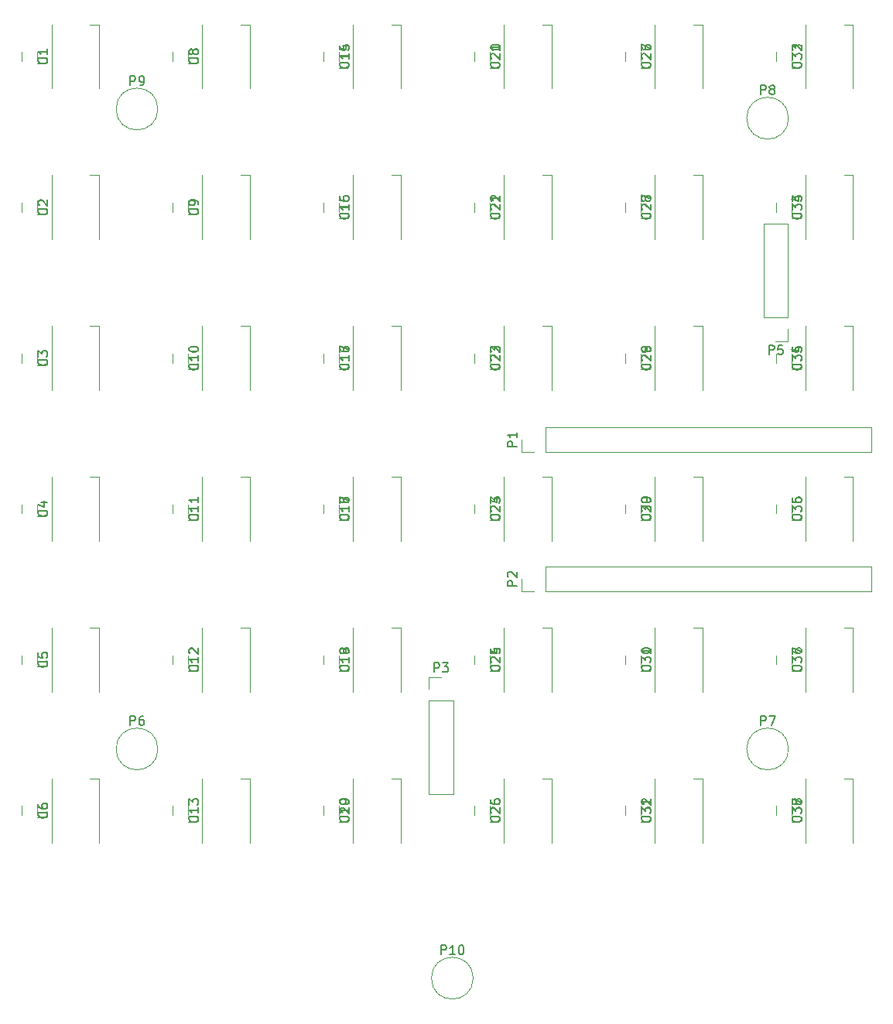
<source format=gbr>
G04 #@! TF.FileFunction,Legend,Top*
%FSLAX46Y46*%
G04 Gerber Fmt 4.6, Leading zero omitted, Abs format (unit mm)*
G04 Created by KiCad (PCBNEW 4.0.5) date *
%MOMM*%
%LPD*%
G01*
G04 APERTURE LIST*
%ADD10C,0.100000*%
%ADD11C,0.120000*%
%ADD12C,0.150000*%
G04 APERTURE END LIST*
D10*
D11*
X116100000Y-59750000D02*
X116100000Y-58750000D01*
X114400000Y-58750000D02*
X114400000Y-59750000D01*
X116100000Y-76250000D02*
X116100000Y-75250000D01*
X114400000Y-75250000D02*
X114400000Y-76250000D01*
X116100000Y-92750000D02*
X116100000Y-91750000D01*
X114400000Y-91750000D02*
X114400000Y-92750000D01*
X116100000Y-109250000D02*
X116100000Y-108250000D01*
X114400000Y-108250000D02*
X114400000Y-109250000D01*
X116100000Y-125750000D02*
X116100000Y-124750000D01*
X114400000Y-124750000D02*
X114400000Y-125750000D01*
X116100000Y-142250000D02*
X116100000Y-141250000D01*
X114400000Y-141250000D02*
X114400000Y-142250000D01*
X132600000Y-59750000D02*
X132600000Y-58750000D01*
X130900000Y-58750000D02*
X130900000Y-59750000D01*
X132600000Y-76250000D02*
X132600000Y-75250000D01*
X130900000Y-75250000D02*
X130900000Y-76250000D01*
X132600000Y-92750000D02*
X132600000Y-91750000D01*
X130900000Y-91750000D02*
X130900000Y-92750000D01*
X132600000Y-109250000D02*
X132600000Y-108250000D01*
X130900000Y-108250000D02*
X130900000Y-109250000D01*
X132600000Y-125750000D02*
X132600000Y-124750000D01*
X130900000Y-124750000D02*
X130900000Y-125750000D01*
X132600000Y-142250000D02*
X132600000Y-141250000D01*
X130900000Y-141250000D02*
X130900000Y-142250000D01*
X149100000Y-59750000D02*
X149100000Y-58750000D01*
X147400000Y-58750000D02*
X147400000Y-59750000D01*
X149100000Y-76250000D02*
X149100000Y-75250000D01*
X147400000Y-75250000D02*
X147400000Y-76250000D01*
X149100000Y-92750000D02*
X149100000Y-91750000D01*
X147400000Y-91750000D02*
X147400000Y-92750000D01*
X149100000Y-109250000D02*
X149100000Y-108250000D01*
X147400000Y-108250000D02*
X147400000Y-109250000D01*
X149100000Y-125750000D02*
X149100000Y-124750000D01*
X147400000Y-124750000D02*
X147400000Y-125750000D01*
X149100000Y-142250000D02*
X149100000Y-141250000D01*
X147400000Y-141250000D02*
X147400000Y-142250000D01*
X165600000Y-59750000D02*
X165600000Y-58750000D01*
X163900000Y-58750000D02*
X163900000Y-59750000D01*
X165600000Y-76250000D02*
X165600000Y-75250000D01*
X163900000Y-75250000D02*
X163900000Y-76250000D01*
X165600000Y-92750000D02*
X165600000Y-91750000D01*
X163900000Y-91750000D02*
X163900000Y-92750000D01*
X165600000Y-109250000D02*
X165600000Y-108250000D01*
X163900000Y-108250000D02*
X163900000Y-109250000D01*
X165600000Y-125750000D02*
X165600000Y-124750000D01*
X163900000Y-124750000D02*
X163900000Y-125750000D01*
X165600000Y-142250000D02*
X165600000Y-141250000D01*
X163900000Y-141250000D02*
X163900000Y-142250000D01*
X182100000Y-59750000D02*
X182100000Y-58750000D01*
X180400000Y-58750000D02*
X180400000Y-59750000D01*
X182100000Y-76250000D02*
X182100000Y-75250000D01*
X180400000Y-75250000D02*
X180400000Y-76250000D01*
X182100000Y-92750000D02*
X182100000Y-91750000D01*
X180400000Y-91750000D02*
X180400000Y-92750000D01*
X182100000Y-109250000D02*
X182100000Y-108250000D01*
X180400000Y-108250000D02*
X180400000Y-109250000D01*
X182100000Y-125750000D02*
X182100000Y-124750000D01*
X180400000Y-124750000D02*
X180400000Y-125750000D01*
X182100000Y-142250000D02*
X182100000Y-141250000D01*
X180400000Y-141250000D02*
X180400000Y-142250000D01*
X198600000Y-59750000D02*
X198600000Y-58750000D01*
X196900000Y-58750000D02*
X196900000Y-59750000D01*
X198600000Y-76250000D02*
X198600000Y-75250000D01*
X196900000Y-75250000D02*
X196900000Y-76250000D01*
X198600000Y-92750000D02*
X198600000Y-91750000D01*
X196900000Y-91750000D02*
X196900000Y-92750000D01*
X198600000Y-109250000D02*
X198600000Y-108250000D01*
X196900000Y-108250000D02*
X196900000Y-109250000D01*
X198600000Y-125750000D02*
X198600000Y-124750000D01*
X196900000Y-124750000D02*
X196900000Y-125750000D01*
X198600000Y-142250000D02*
X198600000Y-141250000D01*
X196900000Y-141250000D02*
X196900000Y-142250000D01*
X117650000Y-62750000D02*
X117650000Y-55750000D01*
X122850000Y-62750000D02*
X122850000Y-55750000D01*
X122850000Y-55750000D02*
X121850000Y-55750000D01*
X117650000Y-79250000D02*
X117650000Y-72250000D01*
X122850000Y-79250000D02*
X122850000Y-72250000D01*
X122850000Y-72250000D02*
X121850000Y-72250000D01*
X117650000Y-95750000D02*
X117650000Y-88750000D01*
X122850000Y-95750000D02*
X122850000Y-88750000D01*
X122850000Y-88750000D02*
X121850000Y-88750000D01*
X117650000Y-112250000D02*
X117650000Y-105250000D01*
X122850000Y-112250000D02*
X122850000Y-105250000D01*
X122850000Y-105250000D02*
X121850000Y-105250000D01*
X117650000Y-128750000D02*
X117650000Y-121750000D01*
X122850000Y-128750000D02*
X122850000Y-121750000D01*
X122850000Y-121750000D02*
X121850000Y-121750000D01*
X117650000Y-145250000D02*
X117650000Y-138250000D01*
X122850000Y-145250000D02*
X122850000Y-138250000D01*
X122850000Y-138250000D02*
X121850000Y-138250000D01*
X134150000Y-62750000D02*
X134150000Y-55750000D01*
X139350000Y-62750000D02*
X139350000Y-55750000D01*
X139350000Y-55750000D02*
X138350000Y-55750000D01*
X134150000Y-79250000D02*
X134150000Y-72250000D01*
X139350000Y-79250000D02*
X139350000Y-72250000D01*
X139350000Y-72250000D02*
X138350000Y-72250000D01*
X134150000Y-95750000D02*
X134150000Y-88750000D01*
X139350000Y-95750000D02*
X139350000Y-88750000D01*
X139350000Y-88750000D02*
X138350000Y-88750000D01*
X134150000Y-112250000D02*
X134150000Y-105250000D01*
X139350000Y-112250000D02*
X139350000Y-105250000D01*
X139350000Y-105250000D02*
X138350000Y-105250000D01*
X134150000Y-128750000D02*
X134150000Y-121750000D01*
X139350000Y-128750000D02*
X139350000Y-121750000D01*
X139350000Y-121750000D02*
X138350000Y-121750000D01*
X134150000Y-145250000D02*
X134150000Y-138250000D01*
X139350000Y-145250000D02*
X139350000Y-138250000D01*
X139350000Y-138250000D02*
X138350000Y-138250000D01*
X150650000Y-62750000D02*
X150650000Y-55750000D01*
X155850000Y-62750000D02*
X155850000Y-55750000D01*
X155850000Y-55750000D02*
X154850000Y-55750000D01*
X150650000Y-79250000D02*
X150650000Y-72250000D01*
X155850000Y-79250000D02*
X155850000Y-72250000D01*
X155850000Y-72250000D02*
X154850000Y-72250000D01*
X150650000Y-95750000D02*
X150650000Y-88750000D01*
X155850000Y-95750000D02*
X155850000Y-88750000D01*
X155850000Y-88750000D02*
X154850000Y-88750000D01*
X150650000Y-112250000D02*
X150650000Y-105250000D01*
X155850000Y-112250000D02*
X155850000Y-105250000D01*
X155850000Y-105250000D02*
X154850000Y-105250000D01*
X150650000Y-128750000D02*
X150650000Y-121750000D01*
X155850000Y-128750000D02*
X155850000Y-121750000D01*
X155850000Y-121750000D02*
X154850000Y-121750000D01*
X150650000Y-145250000D02*
X150650000Y-138250000D01*
X155850000Y-145250000D02*
X155850000Y-138250000D01*
X155850000Y-138250000D02*
X154850000Y-138250000D01*
X167150000Y-62750000D02*
X167150000Y-55750000D01*
X172350000Y-62750000D02*
X172350000Y-55750000D01*
X172350000Y-55750000D02*
X171350000Y-55750000D01*
X167150000Y-79250000D02*
X167150000Y-72250000D01*
X172350000Y-79250000D02*
X172350000Y-72250000D01*
X172350000Y-72250000D02*
X171350000Y-72250000D01*
X167150000Y-95750000D02*
X167150000Y-88750000D01*
X172350000Y-95750000D02*
X172350000Y-88750000D01*
X172350000Y-88750000D02*
X171350000Y-88750000D01*
X167150000Y-112250000D02*
X167150000Y-105250000D01*
X172350000Y-112250000D02*
X172350000Y-105250000D01*
X172350000Y-105250000D02*
X171350000Y-105250000D01*
X167150000Y-128750000D02*
X167150000Y-121750000D01*
X172350000Y-128750000D02*
X172350000Y-121750000D01*
X172350000Y-121750000D02*
X171350000Y-121750000D01*
X167150000Y-145250000D02*
X167150000Y-138250000D01*
X172350000Y-145250000D02*
X172350000Y-138250000D01*
X172350000Y-138250000D02*
X171350000Y-138250000D01*
X183650000Y-62750000D02*
X183650000Y-55750000D01*
X188850000Y-62750000D02*
X188850000Y-55750000D01*
X188850000Y-55750000D02*
X187850000Y-55750000D01*
X183650000Y-79250000D02*
X183650000Y-72250000D01*
X188850000Y-79250000D02*
X188850000Y-72250000D01*
X188850000Y-72250000D02*
X187850000Y-72250000D01*
X183650000Y-95750000D02*
X183650000Y-88750000D01*
X188850000Y-95750000D02*
X188850000Y-88750000D01*
X188850000Y-88750000D02*
X187850000Y-88750000D01*
X183650000Y-112250000D02*
X183650000Y-105250000D01*
X188850000Y-112250000D02*
X188850000Y-105250000D01*
X188850000Y-105250000D02*
X187850000Y-105250000D01*
X183650000Y-128750000D02*
X183650000Y-121750000D01*
X188850000Y-128750000D02*
X188850000Y-121750000D01*
X188850000Y-121750000D02*
X187850000Y-121750000D01*
X183650000Y-145250000D02*
X183650000Y-138250000D01*
X188850000Y-145250000D02*
X188850000Y-138250000D01*
X188850000Y-138250000D02*
X187850000Y-138250000D01*
X200150000Y-62750000D02*
X200150000Y-55750000D01*
X205350000Y-62750000D02*
X205350000Y-55750000D01*
X205350000Y-55750000D02*
X204350000Y-55750000D01*
X200150000Y-79250000D02*
X200150000Y-72250000D01*
X205350000Y-79250000D02*
X205350000Y-72250000D01*
X205350000Y-72250000D02*
X204350000Y-72250000D01*
X200150000Y-95750000D02*
X200150000Y-88750000D01*
X205350000Y-95750000D02*
X205350000Y-88750000D01*
X205350000Y-88750000D02*
X204350000Y-88750000D01*
X200150000Y-112250000D02*
X200150000Y-105250000D01*
X205350000Y-112250000D02*
X205350000Y-105250000D01*
X205350000Y-105250000D02*
X204350000Y-105250000D01*
X200150000Y-128750000D02*
X200150000Y-121750000D01*
X205350000Y-128750000D02*
X205350000Y-121750000D01*
X205350000Y-121750000D02*
X204350000Y-121750000D01*
X200150000Y-145250000D02*
X200150000Y-138250000D01*
X205350000Y-145250000D02*
X205350000Y-138250000D01*
X205350000Y-138250000D02*
X204350000Y-138250000D01*
X158930000Y-129740000D02*
X158930000Y-139960000D01*
X158930000Y-139960000D02*
X161590000Y-139960000D01*
X161590000Y-139960000D02*
X161590000Y-129740000D01*
X161590000Y-129740000D02*
X158930000Y-129740000D01*
X158930000Y-128470000D02*
X158930000Y-127140000D01*
X158930000Y-127140000D02*
X160260000Y-127140000D01*
X198220000Y-87790000D02*
X198220000Y-77570000D01*
X198220000Y-77570000D02*
X195560000Y-77570000D01*
X195560000Y-77570000D02*
X195560000Y-87790000D01*
X195560000Y-87790000D02*
X198220000Y-87790000D01*
X198220000Y-89060000D02*
X198220000Y-90390000D01*
X198220000Y-90390000D02*
X196890000Y-90390000D01*
X171690000Y-102495000D02*
X207310000Y-102495000D01*
X207310000Y-102495000D02*
X207310000Y-99835000D01*
X207310000Y-99835000D02*
X171690000Y-99835000D01*
X171690000Y-99835000D02*
X171690000Y-102495000D01*
X170420000Y-102495000D02*
X169090000Y-102495000D01*
X169090000Y-102495000D02*
X169090000Y-101165000D01*
X171690000Y-117735000D02*
X207310000Y-117735000D01*
X207310000Y-117735000D02*
X207310000Y-115075000D01*
X207310000Y-115075000D02*
X171690000Y-115075000D01*
X171690000Y-115075000D02*
X171690000Y-117735000D01*
X170420000Y-117735000D02*
X169090000Y-117735000D01*
X169090000Y-117735000D02*
X169090000Y-116405000D01*
X129286000Y-135000000D02*
G75*
G03X129286000Y-135000000I-2286000J0D01*
G01*
X198286000Y-135000000D02*
G75*
G03X198286000Y-135000000I-2286000J0D01*
G01*
X198286000Y-66000000D02*
G75*
G03X198286000Y-66000000I-2286000J0D01*
G01*
X129286000Y-65000000D02*
G75*
G03X129286000Y-65000000I-2286000J0D01*
G01*
X163786000Y-160075001D02*
G75*
G03X163786000Y-160075001I-2286000J0D01*
G01*
D12*
X117107143Y-59416666D02*
X117154762Y-59464285D01*
X117202381Y-59607142D01*
X117202381Y-59702380D01*
X117154762Y-59845238D01*
X117059524Y-59940476D01*
X116964286Y-59988095D01*
X116773810Y-60035714D01*
X116630952Y-60035714D01*
X116440476Y-59988095D01*
X116345238Y-59940476D01*
X116250000Y-59845238D01*
X116202381Y-59702380D01*
X116202381Y-59607142D01*
X116250000Y-59464285D01*
X116297619Y-59416666D01*
X117202381Y-58464285D02*
X117202381Y-59035714D01*
X117202381Y-58750000D02*
X116202381Y-58750000D01*
X116345238Y-58845238D01*
X116440476Y-58940476D01*
X116488095Y-59035714D01*
X117107143Y-75916666D02*
X117154762Y-75964285D01*
X117202381Y-76107142D01*
X117202381Y-76202380D01*
X117154762Y-76345238D01*
X117059524Y-76440476D01*
X116964286Y-76488095D01*
X116773810Y-76535714D01*
X116630952Y-76535714D01*
X116440476Y-76488095D01*
X116345238Y-76440476D01*
X116250000Y-76345238D01*
X116202381Y-76202380D01*
X116202381Y-76107142D01*
X116250000Y-75964285D01*
X116297619Y-75916666D01*
X116297619Y-75535714D02*
X116250000Y-75488095D01*
X116202381Y-75392857D01*
X116202381Y-75154761D01*
X116250000Y-75059523D01*
X116297619Y-75011904D01*
X116392857Y-74964285D01*
X116488095Y-74964285D01*
X116630952Y-75011904D01*
X117202381Y-75583333D01*
X117202381Y-74964285D01*
X117107143Y-92416666D02*
X117154762Y-92464285D01*
X117202381Y-92607142D01*
X117202381Y-92702380D01*
X117154762Y-92845238D01*
X117059524Y-92940476D01*
X116964286Y-92988095D01*
X116773810Y-93035714D01*
X116630952Y-93035714D01*
X116440476Y-92988095D01*
X116345238Y-92940476D01*
X116250000Y-92845238D01*
X116202381Y-92702380D01*
X116202381Y-92607142D01*
X116250000Y-92464285D01*
X116297619Y-92416666D01*
X116202381Y-92083333D02*
X116202381Y-91464285D01*
X116583333Y-91797619D01*
X116583333Y-91654761D01*
X116630952Y-91559523D01*
X116678571Y-91511904D01*
X116773810Y-91464285D01*
X117011905Y-91464285D01*
X117107143Y-91511904D01*
X117154762Y-91559523D01*
X117202381Y-91654761D01*
X117202381Y-91940476D01*
X117154762Y-92035714D01*
X117107143Y-92083333D01*
X117107143Y-108916666D02*
X117154762Y-108964285D01*
X117202381Y-109107142D01*
X117202381Y-109202380D01*
X117154762Y-109345238D01*
X117059524Y-109440476D01*
X116964286Y-109488095D01*
X116773810Y-109535714D01*
X116630952Y-109535714D01*
X116440476Y-109488095D01*
X116345238Y-109440476D01*
X116250000Y-109345238D01*
X116202381Y-109202380D01*
X116202381Y-109107142D01*
X116250000Y-108964285D01*
X116297619Y-108916666D01*
X116535714Y-108059523D02*
X117202381Y-108059523D01*
X116154762Y-108297619D02*
X116869048Y-108535714D01*
X116869048Y-107916666D01*
X117107143Y-125416666D02*
X117154762Y-125464285D01*
X117202381Y-125607142D01*
X117202381Y-125702380D01*
X117154762Y-125845238D01*
X117059524Y-125940476D01*
X116964286Y-125988095D01*
X116773810Y-126035714D01*
X116630952Y-126035714D01*
X116440476Y-125988095D01*
X116345238Y-125940476D01*
X116250000Y-125845238D01*
X116202381Y-125702380D01*
X116202381Y-125607142D01*
X116250000Y-125464285D01*
X116297619Y-125416666D01*
X116202381Y-124511904D02*
X116202381Y-124988095D01*
X116678571Y-125035714D01*
X116630952Y-124988095D01*
X116583333Y-124892857D01*
X116583333Y-124654761D01*
X116630952Y-124559523D01*
X116678571Y-124511904D01*
X116773810Y-124464285D01*
X117011905Y-124464285D01*
X117107143Y-124511904D01*
X117154762Y-124559523D01*
X117202381Y-124654761D01*
X117202381Y-124892857D01*
X117154762Y-124988095D01*
X117107143Y-125035714D01*
X117107143Y-141916666D02*
X117154762Y-141964285D01*
X117202381Y-142107142D01*
X117202381Y-142202380D01*
X117154762Y-142345238D01*
X117059524Y-142440476D01*
X116964286Y-142488095D01*
X116773810Y-142535714D01*
X116630952Y-142535714D01*
X116440476Y-142488095D01*
X116345238Y-142440476D01*
X116250000Y-142345238D01*
X116202381Y-142202380D01*
X116202381Y-142107142D01*
X116250000Y-141964285D01*
X116297619Y-141916666D01*
X116202381Y-141059523D02*
X116202381Y-141250000D01*
X116250000Y-141345238D01*
X116297619Y-141392857D01*
X116440476Y-141488095D01*
X116630952Y-141535714D01*
X117011905Y-141535714D01*
X117107143Y-141488095D01*
X117154762Y-141440476D01*
X117202381Y-141345238D01*
X117202381Y-141154761D01*
X117154762Y-141059523D01*
X117107143Y-141011904D01*
X117011905Y-140964285D01*
X116773810Y-140964285D01*
X116678571Y-141011904D01*
X116630952Y-141059523D01*
X116583333Y-141154761D01*
X116583333Y-141345238D01*
X116630952Y-141440476D01*
X116678571Y-141488095D01*
X116773810Y-141535714D01*
X133607143Y-59416666D02*
X133654762Y-59464285D01*
X133702381Y-59607142D01*
X133702381Y-59702380D01*
X133654762Y-59845238D01*
X133559524Y-59940476D01*
X133464286Y-59988095D01*
X133273810Y-60035714D01*
X133130952Y-60035714D01*
X132940476Y-59988095D01*
X132845238Y-59940476D01*
X132750000Y-59845238D01*
X132702381Y-59702380D01*
X132702381Y-59607142D01*
X132750000Y-59464285D01*
X132797619Y-59416666D01*
X133130952Y-58845238D02*
X133083333Y-58940476D01*
X133035714Y-58988095D01*
X132940476Y-59035714D01*
X132892857Y-59035714D01*
X132797619Y-58988095D01*
X132750000Y-58940476D01*
X132702381Y-58845238D01*
X132702381Y-58654761D01*
X132750000Y-58559523D01*
X132797619Y-58511904D01*
X132892857Y-58464285D01*
X132940476Y-58464285D01*
X133035714Y-58511904D01*
X133083333Y-58559523D01*
X133130952Y-58654761D01*
X133130952Y-58845238D01*
X133178571Y-58940476D01*
X133226190Y-58988095D01*
X133321429Y-59035714D01*
X133511905Y-59035714D01*
X133607143Y-58988095D01*
X133654762Y-58940476D01*
X133702381Y-58845238D01*
X133702381Y-58654761D01*
X133654762Y-58559523D01*
X133607143Y-58511904D01*
X133511905Y-58464285D01*
X133321429Y-58464285D01*
X133226190Y-58511904D01*
X133178571Y-58559523D01*
X133130952Y-58654761D01*
X133607143Y-75916666D02*
X133654762Y-75964285D01*
X133702381Y-76107142D01*
X133702381Y-76202380D01*
X133654762Y-76345238D01*
X133559524Y-76440476D01*
X133464286Y-76488095D01*
X133273810Y-76535714D01*
X133130952Y-76535714D01*
X132940476Y-76488095D01*
X132845238Y-76440476D01*
X132750000Y-76345238D01*
X132702381Y-76202380D01*
X132702381Y-76107142D01*
X132750000Y-75964285D01*
X132797619Y-75916666D01*
X133702381Y-75440476D02*
X133702381Y-75250000D01*
X133654762Y-75154761D01*
X133607143Y-75107142D01*
X133464286Y-75011904D01*
X133273810Y-74964285D01*
X132892857Y-74964285D01*
X132797619Y-75011904D01*
X132750000Y-75059523D01*
X132702381Y-75154761D01*
X132702381Y-75345238D01*
X132750000Y-75440476D01*
X132797619Y-75488095D01*
X132892857Y-75535714D01*
X133130952Y-75535714D01*
X133226190Y-75488095D01*
X133273810Y-75440476D01*
X133321429Y-75345238D01*
X133321429Y-75154761D01*
X133273810Y-75059523D01*
X133226190Y-75011904D01*
X133130952Y-74964285D01*
X133607143Y-92892857D02*
X133654762Y-92940476D01*
X133702381Y-93083333D01*
X133702381Y-93178571D01*
X133654762Y-93321429D01*
X133559524Y-93416667D01*
X133464286Y-93464286D01*
X133273810Y-93511905D01*
X133130952Y-93511905D01*
X132940476Y-93464286D01*
X132845238Y-93416667D01*
X132750000Y-93321429D01*
X132702381Y-93178571D01*
X132702381Y-93083333D01*
X132750000Y-92940476D01*
X132797619Y-92892857D01*
X133702381Y-91940476D02*
X133702381Y-92511905D01*
X133702381Y-92226191D02*
X132702381Y-92226191D01*
X132845238Y-92321429D01*
X132940476Y-92416667D01*
X132988095Y-92511905D01*
X132702381Y-91321429D02*
X132702381Y-91226190D01*
X132750000Y-91130952D01*
X132797619Y-91083333D01*
X132892857Y-91035714D01*
X133083333Y-90988095D01*
X133321429Y-90988095D01*
X133511905Y-91035714D01*
X133607143Y-91083333D01*
X133654762Y-91130952D01*
X133702381Y-91226190D01*
X133702381Y-91321429D01*
X133654762Y-91416667D01*
X133607143Y-91464286D01*
X133511905Y-91511905D01*
X133321429Y-91559524D01*
X133083333Y-91559524D01*
X132892857Y-91511905D01*
X132797619Y-91464286D01*
X132750000Y-91416667D01*
X132702381Y-91321429D01*
X133607143Y-109392857D02*
X133654762Y-109440476D01*
X133702381Y-109583333D01*
X133702381Y-109678571D01*
X133654762Y-109821429D01*
X133559524Y-109916667D01*
X133464286Y-109964286D01*
X133273810Y-110011905D01*
X133130952Y-110011905D01*
X132940476Y-109964286D01*
X132845238Y-109916667D01*
X132750000Y-109821429D01*
X132702381Y-109678571D01*
X132702381Y-109583333D01*
X132750000Y-109440476D01*
X132797619Y-109392857D01*
X133702381Y-108440476D02*
X133702381Y-109011905D01*
X133702381Y-108726191D02*
X132702381Y-108726191D01*
X132845238Y-108821429D01*
X132940476Y-108916667D01*
X132988095Y-109011905D01*
X133702381Y-107488095D02*
X133702381Y-108059524D01*
X133702381Y-107773810D02*
X132702381Y-107773810D01*
X132845238Y-107869048D01*
X132940476Y-107964286D01*
X132988095Y-108059524D01*
X133607143Y-125892857D02*
X133654762Y-125940476D01*
X133702381Y-126083333D01*
X133702381Y-126178571D01*
X133654762Y-126321429D01*
X133559524Y-126416667D01*
X133464286Y-126464286D01*
X133273810Y-126511905D01*
X133130952Y-126511905D01*
X132940476Y-126464286D01*
X132845238Y-126416667D01*
X132750000Y-126321429D01*
X132702381Y-126178571D01*
X132702381Y-126083333D01*
X132750000Y-125940476D01*
X132797619Y-125892857D01*
X133702381Y-124940476D02*
X133702381Y-125511905D01*
X133702381Y-125226191D02*
X132702381Y-125226191D01*
X132845238Y-125321429D01*
X132940476Y-125416667D01*
X132988095Y-125511905D01*
X132797619Y-124559524D02*
X132750000Y-124511905D01*
X132702381Y-124416667D01*
X132702381Y-124178571D01*
X132750000Y-124083333D01*
X132797619Y-124035714D01*
X132892857Y-123988095D01*
X132988095Y-123988095D01*
X133130952Y-124035714D01*
X133702381Y-124607143D01*
X133702381Y-123988095D01*
X133607143Y-142392857D02*
X133654762Y-142440476D01*
X133702381Y-142583333D01*
X133702381Y-142678571D01*
X133654762Y-142821429D01*
X133559524Y-142916667D01*
X133464286Y-142964286D01*
X133273810Y-143011905D01*
X133130952Y-143011905D01*
X132940476Y-142964286D01*
X132845238Y-142916667D01*
X132750000Y-142821429D01*
X132702381Y-142678571D01*
X132702381Y-142583333D01*
X132750000Y-142440476D01*
X132797619Y-142392857D01*
X133702381Y-141440476D02*
X133702381Y-142011905D01*
X133702381Y-141726191D02*
X132702381Y-141726191D01*
X132845238Y-141821429D01*
X132940476Y-141916667D01*
X132988095Y-142011905D01*
X132702381Y-141107143D02*
X132702381Y-140488095D01*
X133083333Y-140821429D01*
X133083333Y-140678571D01*
X133130952Y-140583333D01*
X133178571Y-140535714D01*
X133273810Y-140488095D01*
X133511905Y-140488095D01*
X133607143Y-140535714D01*
X133654762Y-140583333D01*
X133702381Y-140678571D01*
X133702381Y-140964286D01*
X133654762Y-141059524D01*
X133607143Y-141107143D01*
X150107143Y-59892857D02*
X150154762Y-59940476D01*
X150202381Y-60083333D01*
X150202381Y-60178571D01*
X150154762Y-60321429D01*
X150059524Y-60416667D01*
X149964286Y-60464286D01*
X149773810Y-60511905D01*
X149630952Y-60511905D01*
X149440476Y-60464286D01*
X149345238Y-60416667D01*
X149250000Y-60321429D01*
X149202381Y-60178571D01*
X149202381Y-60083333D01*
X149250000Y-59940476D01*
X149297619Y-59892857D01*
X150202381Y-58940476D02*
X150202381Y-59511905D01*
X150202381Y-59226191D02*
X149202381Y-59226191D01*
X149345238Y-59321429D01*
X149440476Y-59416667D01*
X149488095Y-59511905D01*
X149202381Y-58035714D02*
X149202381Y-58511905D01*
X149678571Y-58559524D01*
X149630952Y-58511905D01*
X149583333Y-58416667D01*
X149583333Y-58178571D01*
X149630952Y-58083333D01*
X149678571Y-58035714D01*
X149773810Y-57988095D01*
X150011905Y-57988095D01*
X150107143Y-58035714D01*
X150154762Y-58083333D01*
X150202381Y-58178571D01*
X150202381Y-58416667D01*
X150154762Y-58511905D01*
X150107143Y-58559524D01*
X150107143Y-76392857D02*
X150154762Y-76440476D01*
X150202381Y-76583333D01*
X150202381Y-76678571D01*
X150154762Y-76821429D01*
X150059524Y-76916667D01*
X149964286Y-76964286D01*
X149773810Y-77011905D01*
X149630952Y-77011905D01*
X149440476Y-76964286D01*
X149345238Y-76916667D01*
X149250000Y-76821429D01*
X149202381Y-76678571D01*
X149202381Y-76583333D01*
X149250000Y-76440476D01*
X149297619Y-76392857D01*
X150202381Y-75440476D02*
X150202381Y-76011905D01*
X150202381Y-75726191D02*
X149202381Y-75726191D01*
X149345238Y-75821429D01*
X149440476Y-75916667D01*
X149488095Y-76011905D01*
X149202381Y-74583333D02*
X149202381Y-74773810D01*
X149250000Y-74869048D01*
X149297619Y-74916667D01*
X149440476Y-75011905D01*
X149630952Y-75059524D01*
X150011905Y-75059524D01*
X150107143Y-75011905D01*
X150154762Y-74964286D01*
X150202381Y-74869048D01*
X150202381Y-74678571D01*
X150154762Y-74583333D01*
X150107143Y-74535714D01*
X150011905Y-74488095D01*
X149773810Y-74488095D01*
X149678571Y-74535714D01*
X149630952Y-74583333D01*
X149583333Y-74678571D01*
X149583333Y-74869048D01*
X149630952Y-74964286D01*
X149678571Y-75011905D01*
X149773810Y-75059524D01*
X150107143Y-92892857D02*
X150154762Y-92940476D01*
X150202381Y-93083333D01*
X150202381Y-93178571D01*
X150154762Y-93321429D01*
X150059524Y-93416667D01*
X149964286Y-93464286D01*
X149773810Y-93511905D01*
X149630952Y-93511905D01*
X149440476Y-93464286D01*
X149345238Y-93416667D01*
X149250000Y-93321429D01*
X149202381Y-93178571D01*
X149202381Y-93083333D01*
X149250000Y-92940476D01*
X149297619Y-92892857D01*
X150202381Y-91940476D02*
X150202381Y-92511905D01*
X150202381Y-92226191D02*
X149202381Y-92226191D01*
X149345238Y-92321429D01*
X149440476Y-92416667D01*
X149488095Y-92511905D01*
X149202381Y-91607143D02*
X149202381Y-90940476D01*
X150202381Y-91369048D01*
X150107143Y-109392857D02*
X150154762Y-109440476D01*
X150202381Y-109583333D01*
X150202381Y-109678571D01*
X150154762Y-109821429D01*
X150059524Y-109916667D01*
X149964286Y-109964286D01*
X149773810Y-110011905D01*
X149630952Y-110011905D01*
X149440476Y-109964286D01*
X149345238Y-109916667D01*
X149250000Y-109821429D01*
X149202381Y-109678571D01*
X149202381Y-109583333D01*
X149250000Y-109440476D01*
X149297619Y-109392857D01*
X150202381Y-108440476D02*
X150202381Y-109011905D01*
X150202381Y-108726191D02*
X149202381Y-108726191D01*
X149345238Y-108821429D01*
X149440476Y-108916667D01*
X149488095Y-109011905D01*
X149630952Y-107869048D02*
X149583333Y-107964286D01*
X149535714Y-108011905D01*
X149440476Y-108059524D01*
X149392857Y-108059524D01*
X149297619Y-108011905D01*
X149250000Y-107964286D01*
X149202381Y-107869048D01*
X149202381Y-107678571D01*
X149250000Y-107583333D01*
X149297619Y-107535714D01*
X149392857Y-107488095D01*
X149440476Y-107488095D01*
X149535714Y-107535714D01*
X149583333Y-107583333D01*
X149630952Y-107678571D01*
X149630952Y-107869048D01*
X149678571Y-107964286D01*
X149726190Y-108011905D01*
X149821429Y-108059524D01*
X150011905Y-108059524D01*
X150107143Y-108011905D01*
X150154762Y-107964286D01*
X150202381Y-107869048D01*
X150202381Y-107678571D01*
X150154762Y-107583333D01*
X150107143Y-107535714D01*
X150011905Y-107488095D01*
X149821429Y-107488095D01*
X149726190Y-107535714D01*
X149678571Y-107583333D01*
X149630952Y-107678571D01*
X150107143Y-125892857D02*
X150154762Y-125940476D01*
X150202381Y-126083333D01*
X150202381Y-126178571D01*
X150154762Y-126321429D01*
X150059524Y-126416667D01*
X149964286Y-126464286D01*
X149773810Y-126511905D01*
X149630952Y-126511905D01*
X149440476Y-126464286D01*
X149345238Y-126416667D01*
X149250000Y-126321429D01*
X149202381Y-126178571D01*
X149202381Y-126083333D01*
X149250000Y-125940476D01*
X149297619Y-125892857D01*
X150202381Y-124940476D02*
X150202381Y-125511905D01*
X150202381Y-125226191D02*
X149202381Y-125226191D01*
X149345238Y-125321429D01*
X149440476Y-125416667D01*
X149488095Y-125511905D01*
X150202381Y-124464286D02*
X150202381Y-124273810D01*
X150154762Y-124178571D01*
X150107143Y-124130952D01*
X149964286Y-124035714D01*
X149773810Y-123988095D01*
X149392857Y-123988095D01*
X149297619Y-124035714D01*
X149250000Y-124083333D01*
X149202381Y-124178571D01*
X149202381Y-124369048D01*
X149250000Y-124464286D01*
X149297619Y-124511905D01*
X149392857Y-124559524D01*
X149630952Y-124559524D01*
X149726190Y-124511905D01*
X149773810Y-124464286D01*
X149821429Y-124369048D01*
X149821429Y-124178571D01*
X149773810Y-124083333D01*
X149726190Y-124035714D01*
X149630952Y-123988095D01*
X150107143Y-142392857D02*
X150154762Y-142440476D01*
X150202381Y-142583333D01*
X150202381Y-142678571D01*
X150154762Y-142821429D01*
X150059524Y-142916667D01*
X149964286Y-142964286D01*
X149773810Y-143011905D01*
X149630952Y-143011905D01*
X149440476Y-142964286D01*
X149345238Y-142916667D01*
X149250000Y-142821429D01*
X149202381Y-142678571D01*
X149202381Y-142583333D01*
X149250000Y-142440476D01*
X149297619Y-142392857D01*
X149297619Y-142011905D02*
X149250000Y-141964286D01*
X149202381Y-141869048D01*
X149202381Y-141630952D01*
X149250000Y-141535714D01*
X149297619Y-141488095D01*
X149392857Y-141440476D01*
X149488095Y-141440476D01*
X149630952Y-141488095D01*
X150202381Y-142059524D01*
X150202381Y-141440476D01*
X149202381Y-140821429D02*
X149202381Y-140726190D01*
X149250000Y-140630952D01*
X149297619Y-140583333D01*
X149392857Y-140535714D01*
X149583333Y-140488095D01*
X149821429Y-140488095D01*
X150011905Y-140535714D01*
X150107143Y-140583333D01*
X150154762Y-140630952D01*
X150202381Y-140726190D01*
X150202381Y-140821429D01*
X150154762Y-140916667D01*
X150107143Y-140964286D01*
X150011905Y-141011905D01*
X149821429Y-141059524D01*
X149583333Y-141059524D01*
X149392857Y-141011905D01*
X149297619Y-140964286D01*
X149250000Y-140916667D01*
X149202381Y-140821429D01*
X166607143Y-59892857D02*
X166654762Y-59940476D01*
X166702381Y-60083333D01*
X166702381Y-60178571D01*
X166654762Y-60321429D01*
X166559524Y-60416667D01*
X166464286Y-60464286D01*
X166273810Y-60511905D01*
X166130952Y-60511905D01*
X165940476Y-60464286D01*
X165845238Y-60416667D01*
X165750000Y-60321429D01*
X165702381Y-60178571D01*
X165702381Y-60083333D01*
X165750000Y-59940476D01*
X165797619Y-59892857D01*
X165797619Y-59511905D02*
X165750000Y-59464286D01*
X165702381Y-59369048D01*
X165702381Y-59130952D01*
X165750000Y-59035714D01*
X165797619Y-58988095D01*
X165892857Y-58940476D01*
X165988095Y-58940476D01*
X166130952Y-58988095D01*
X166702381Y-59559524D01*
X166702381Y-58940476D01*
X166702381Y-57988095D02*
X166702381Y-58559524D01*
X166702381Y-58273810D02*
X165702381Y-58273810D01*
X165845238Y-58369048D01*
X165940476Y-58464286D01*
X165988095Y-58559524D01*
X166607143Y-76392857D02*
X166654762Y-76440476D01*
X166702381Y-76583333D01*
X166702381Y-76678571D01*
X166654762Y-76821429D01*
X166559524Y-76916667D01*
X166464286Y-76964286D01*
X166273810Y-77011905D01*
X166130952Y-77011905D01*
X165940476Y-76964286D01*
X165845238Y-76916667D01*
X165750000Y-76821429D01*
X165702381Y-76678571D01*
X165702381Y-76583333D01*
X165750000Y-76440476D01*
X165797619Y-76392857D01*
X165797619Y-76011905D02*
X165750000Y-75964286D01*
X165702381Y-75869048D01*
X165702381Y-75630952D01*
X165750000Y-75535714D01*
X165797619Y-75488095D01*
X165892857Y-75440476D01*
X165988095Y-75440476D01*
X166130952Y-75488095D01*
X166702381Y-76059524D01*
X166702381Y-75440476D01*
X165797619Y-75059524D02*
X165750000Y-75011905D01*
X165702381Y-74916667D01*
X165702381Y-74678571D01*
X165750000Y-74583333D01*
X165797619Y-74535714D01*
X165892857Y-74488095D01*
X165988095Y-74488095D01*
X166130952Y-74535714D01*
X166702381Y-75107143D01*
X166702381Y-74488095D01*
X166607143Y-92892857D02*
X166654762Y-92940476D01*
X166702381Y-93083333D01*
X166702381Y-93178571D01*
X166654762Y-93321429D01*
X166559524Y-93416667D01*
X166464286Y-93464286D01*
X166273810Y-93511905D01*
X166130952Y-93511905D01*
X165940476Y-93464286D01*
X165845238Y-93416667D01*
X165750000Y-93321429D01*
X165702381Y-93178571D01*
X165702381Y-93083333D01*
X165750000Y-92940476D01*
X165797619Y-92892857D01*
X165797619Y-92511905D02*
X165750000Y-92464286D01*
X165702381Y-92369048D01*
X165702381Y-92130952D01*
X165750000Y-92035714D01*
X165797619Y-91988095D01*
X165892857Y-91940476D01*
X165988095Y-91940476D01*
X166130952Y-91988095D01*
X166702381Y-92559524D01*
X166702381Y-91940476D01*
X165702381Y-91607143D02*
X165702381Y-90988095D01*
X166083333Y-91321429D01*
X166083333Y-91178571D01*
X166130952Y-91083333D01*
X166178571Y-91035714D01*
X166273810Y-90988095D01*
X166511905Y-90988095D01*
X166607143Y-91035714D01*
X166654762Y-91083333D01*
X166702381Y-91178571D01*
X166702381Y-91464286D01*
X166654762Y-91559524D01*
X166607143Y-91607143D01*
X166607143Y-109392857D02*
X166654762Y-109440476D01*
X166702381Y-109583333D01*
X166702381Y-109678571D01*
X166654762Y-109821429D01*
X166559524Y-109916667D01*
X166464286Y-109964286D01*
X166273810Y-110011905D01*
X166130952Y-110011905D01*
X165940476Y-109964286D01*
X165845238Y-109916667D01*
X165750000Y-109821429D01*
X165702381Y-109678571D01*
X165702381Y-109583333D01*
X165750000Y-109440476D01*
X165797619Y-109392857D01*
X165797619Y-109011905D02*
X165750000Y-108964286D01*
X165702381Y-108869048D01*
X165702381Y-108630952D01*
X165750000Y-108535714D01*
X165797619Y-108488095D01*
X165892857Y-108440476D01*
X165988095Y-108440476D01*
X166130952Y-108488095D01*
X166702381Y-109059524D01*
X166702381Y-108440476D01*
X166035714Y-107583333D02*
X166702381Y-107583333D01*
X165654762Y-107821429D02*
X166369048Y-108059524D01*
X166369048Y-107440476D01*
X166607143Y-125892857D02*
X166654762Y-125940476D01*
X166702381Y-126083333D01*
X166702381Y-126178571D01*
X166654762Y-126321429D01*
X166559524Y-126416667D01*
X166464286Y-126464286D01*
X166273810Y-126511905D01*
X166130952Y-126511905D01*
X165940476Y-126464286D01*
X165845238Y-126416667D01*
X165750000Y-126321429D01*
X165702381Y-126178571D01*
X165702381Y-126083333D01*
X165750000Y-125940476D01*
X165797619Y-125892857D01*
X165797619Y-125511905D02*
X165750000Y-125464286D01*
X165702381Y-125369048D01*
X165702381Y-125130952D01*
X165750000Y-125035714D01*
X165797619Y-124988095D01*
X165892857Y-124940476D01*
X165988095Y-124940476D01*
X166130952Y-124988095D01*
X166702381Y-125559524D01*
X166702381Y-124940476D01*
X165702381Y-124035714D02*
X165702381Y-124511905D01*
X166178571Y-124559524D01*
X166130952Y-124511905D01*
X166083333Y-124416667D01*
X166083333Y-124178571D01*
X166130952Y-124083333D01*
X166178571Y-124035714D01*
X166273810Y-123988095D01*
X166511905Y-123988095D01*
X166607143Y-124035714D01*
X166654762Y-124083333D01*
X166702381Y-124178571D01*
X166702381Y-124416667D01*
X166654762Y-124511905D01*
X166607143Y-124559524D01*
X166607143Y-142392857D02*
X166654762Y-142440476D01*
X166702381Y-142583333D01*
X166702381Y-142678571D01*
X166654762Y-142821429D01*
X166559524Y-142916667D01*
X166464286Y-142964286D01*
X166273810Y-143011905D01*
X166130952Y-143011905D01*
X165940476Y-142964286D01*
X165845238Y-142916667D01*
X165750000Y-142821429D01*
X165702381Y-142678571D01*
X165702381Y-142583333D01*
X165750000Y-142440476D01*
X165797619Y-142392857D01*
X165797619Y-142011905D02*
X165750000Y-141964286D01*
X165702381Y-141869048D01*
X165702381Y-141630952D01*
X165750000Y-141535714D01*
X165797619Y-141488095D01*
X165892857Y-141440476D01*
X165988095Y-141440476D01*
X166130952Y-141488095D01*
X166702381Y-142059524D01*
X166702381Y-141440476D01*
X165702381Y-140583333D02*
X165702381Y-140773810D01*
X165750000Y-140869048D01*
X165797619Y-140916667D01*
X165940476Y-141011905D01*
X166130952Y-141059524D01*
X166511905Y-141059524D01*
X166607143Y-141011905D01*
X166654762Y-140964286D01*
X166702381Y-140869048D01*
X166702381Y-140678571D01*
X166654762Y-140583333D01*
X166607143Y-140535714D01*
X166511905Y-140488095D01*
X166273810Y-140488095D01*
X166178571Y-140535714D01*
X166130952Y-140583333D01*
X166083333Y-140678571D01*
X166083333Y-140869048D01*
X166130952Y-140964286D01*
X166178571Y-141011905D01*
X166273810Y-141059524D01*
X183107143Y-59892857D02*
X183154762Y-59940476D01*
X183202381Y-60083333D01*
X183202381Y-60178571D01*
X183154762Y-60321429D01*
X183059524Y-60416667D01*
X182964286Y-60464286D01*
X182773810Y-60511905D01*
X182630952Y-60511905D01*
X182440476Y-60464286D01*
X182345238Y-60416667D01*
X182250000Y-60321429D01*
X182202381Y-60178571D01*
X182202381Y-60083333D01*
X182250000Y-59940476D01*
X182297619Y-59892857D01*
X182297619Y-59511905D02*
X182250000Y-59464286D01*
X182202381Y-59369048D01*
X182202381Y-59130952D01*
X182250000Y-59035714D01*
X182297619Y-58988095D01*
X182392857Y-58940476D01*
X182488095Y-58940476D01*
X182630952Y-58988095D01*
X183202381Y-59559524D01*
X183202381Y-58940476D01*
X182202381Y-58607143D02*
X182202381Y-57940476D01*
X183202381Y-58369048D01*
X183107143Y-76392857D02*
X183154762Y-76440476D01*
X183202381Y-76583333D01*
X183202381Y-76678571D01*
X183154762Y-76821429D01*
X183059524Y-76916667D01*
X182964286Y-76964286D01*
X182773810Y-77011905D01*
X182630952Y-77011905D01*
X182440476Y-76964286D01*
X182345238Y-76916667D01*
X182250000Y-76821429D01*
X182202381Y-76678571D01*
X182202381Y-76583333D01*
X182250000Y-76440476D01*
X182297619Y-76392857D01*
X182297619Y-76011905D02*
X182250000Y-75964286D01*
X182202381Y-75869048D01*
X182202381Y-75630952D01*
X182250000Y-75535714D01*
X182297619Y-75488095D01*
X182392857Y-75440476D01*
X182488095Y-75440476D01*
X182630952Y-75488095D01*
X183202381Y-76059524D01*
X183202381Y-75440476D01*
X182630952Y-74869048D02*
X182583333Y-74964286D01*
X182535714Y-75011905D01*
X182440476Y-75059524D01*
X182392857Y-75059524D01*
X182297619Y-75011905D01*
X182250000Y-74964286D01*
X182202381Y-74869048D01*
X182202381Y-74678571D01*
X182250000Y-74583333D01*
X182297619Y-74535714D01*
X182392857Y-74488095D01*
X182440476Y-74488095D01*
X182535714Y-74535714D01*
X182583333Y-74583333D01*
X182630952Y-74678571D01*
X182630952Y-74869048D01*
X182678571Y-74964286D01*
X182726190Y-75011905D01*
X182821429Y-75059524D01*
X183011905Y-75059524D01*
X183107143Y-75011905D01*
X183154762Y-74964286D01*
X183202381Y-74869048D01*
X183202381Y-74678571D01*
X183154762Y-74583333D01*
X183107143Y-74535714D01*
X183011905Y-74488095D01*
X182821429Y-74488095D01*
X182726190Y-74535714D01*
X182678571Y-74583333D01*
X182630952Y-74678571D01*
X183107143Y-92892857D02*
X183154762Y-92940476D01*
X183202381Y-93083333D01*
X183202381Y-93178571D01*
X183154762Y-93321429D01*
X183059524Y-93416667D01*
X182964286Y-93464286D01*
X182773810Y-93511905D01*
X182630952Y-93511905D01*
X182440476Y-93464286D01*
X182345238Y-93416667D01*
X182250000Y-93321429D01*
X182202381Y-93178571D01*
X182202381Y-93083333D01*
X182250000Y-92940476D01*
X182297619Y-92892857D01*
X182297619Y-92511905D02*
X182250000Y-92464286D01*
X182202381Y-92369048D01*
X182202381Y-92130952D01*
X182250000Y-92035714D01*
X182297619Y-91988095D01*
X182392857Y-91940476D01*
X182488095Y-91940476D01*
X182630952Y-91988095D01*
X183202381Y-92559524D01*
X183202381Y-91940476D01*
X183202381Y-91464286D02*
X183202381Y-91273810D01*
X183154762Y-91178571D01*
X183107143Y-91130952D01*
X182964286Y-91035714D01*
X182773810Y-90988095D01*
X182392857Y-90988095D01*
X182297619Y-91035714D01*
X182250000Y-91083333D01*
X182202381Y-91178571D01*
X182202381Y-91369048D01*
X182250000Y-91464286D01*
X182297619Y-91511905D01*
X182392857Y-91559524D01*
X182630952Y-91559524D01*
X182726190Y-91511905D01*
X182773810Y-91464286D01*
X182821429Y-91369048D01*
X182821429Y-91178571D01*
X182773810Y-91083333D01*
X182726190Y-91035714D01*
X182630952Y-90988095D01*
X183107143Y-109392857D02*
X183154762Y-109440476D01*
X183202381Y-109583333D01*
X183202381Y-109678571D01*
X183154762Y-109821429D01*
X183059524Y-109916667D01*
X182964286Y-109964286D01*
X182773810Y-110011905D01*
X182630952Y-110011905D01*
X182440476Y-109964286D01*
X182345238Y-109916667D01*
X182250000Y-109821429D01*
X182202381Y-109678571D01*
X182202381Y-109583333D01*
X182250000Y-109440476D01*
X182297619Y-109392857D01*
X182202381Y-109059524D02*
X182202381Y-108440476D01*
X182583333Y-108773810D01*
X182583333Y-108630952D01*
X182630952Y-108535714D01*
X182678571Y-108488095D01*
X182773810Y-108440476D01*
X183011905Y-108440476D01*
X183107143Y-108488095D01*
X183154762Y-108535714D01*
X183202381Y-108630952D01*
X183202381Y-108916667D01*
X183154762Y-109011905D01*
X183107143Y-109059524D01*
X182202381Y-107821429D02*
X182202381Y-107726190D01*
X182250000Y-107630952D01*
X182297619Y-107583333D01*
X182392857Y-107535714D01*
X182583333Y-107488095D01*
X182821429Y-107488095D01*
X183011905Y-107535714D01*
X183107143Y-107583333D01*
X183154762Y-107630952D01*
X183202381Y-107726190D01*
X183202381Y-107821429D01*
X183154762Y-107916667D01*
X183107143Y-107964286D01*
X183011905Y-108011905D01*
X182821429Y-108059524D01*
X182583333Y-108059524D01*
X182392857Y-108011905D01*
X182297619Y-107964286D01*
X182250000Y-107916667D01*
X182202381Y-107821429D01*
X183107143Y-125892857D02*
X183154762Y-125940476D01*
X183202381Y-126083333D01*
X183202381Y-126178571D01*
X183154762Y-126321429D01*
X183059524Y-126416667D01*
X182964286Y-126464286D01*
X182773810Y-126511905D01*
X182630952Y-126511905D01*
X182440476Y-126464286D01*
X182345238Y-126416667D01*
X182250000Y-126321429D01*
X182202381Y-126178571D01*
X182202381Y-126083333D01*
X182250000Y-125940476D01*
X182297619Y-125892857D01*
X182202381Y-125559524D02*
X182202381Y-124940476D01*
X182583333Y-125273810D01*
X182583333Y-125130952D01*
X182630952Y-125035714D01*
X182678571Y-124988095D01*
X182773810Y-124940476D01*
X183011905Y-124940476D01*
X183107143Y-124988095D01*
X183154762Y-125035714D01*
X183202381Y-125130952D01*
X183202381Y-125416667D01*
X183154762Y-125511905D01*
X183107143Y-125559524D01*
X183202381Y-123988095D02*
X183202381Y-124559524D01*
X183202381Y-124273810D02*
X182202381Y-124273810D01*
X182345238Y-124369048D01*
X182440476Y-124464286D01*
X182488095Y-124559524D01*
X183107143Y-142392857D02*
X183154762Y-142440476D01*
X183202381Y-142583333D01*
X183202381Y-142678571D01*
X183154762Y-142821429D01*
X183059524Y-142916667D01*
X182964286Y-142964286D01*
X182773810Y-143011905D01*
X182630952Y-143011905D01*
X182440476Y-142964286D01*
X182345238Y-142916667D01*
X182250000Y-142821429D01*
X182202381Y-142678571D01*
X182202381Y-142583333D01*
X182250000Y-142440476D01*
X182297619Y-142392857D01*
X182202381Y-142059524D02*
X182202381Y-141440476D01*
X182583333Y-141773810D01*
X182583333Y-141630952D01*
X182630952Y-141535714D01*
X182678571Y-141488095D01*
X182773810Y-141440476D01*
X183011905Y-141440476D01*
X183107143Y-141488095D01*
X183154762Y-141535714D01*
X183202381Y-141630952D01*
X183202381Y-141916667D01*
X183154762Y-142011905D01*
X183107143Y-142059524D01*
X182297619Y-141059524D02*
X182250000Y-141011905D01*
X182202381Y-140916667D01*
X182202381Y-140678571D01*
X182250000Y-140583333D01*
X182297619Y-140535714D01*
X182392857Y-140488095D01*
X182488095Y-140488095D01*
X182630952Y-140535714D01*
X183202381Y-141107143D01*
X183202381Y-140488095D01*
X199607143Y-59892857D02*
X199654762Y-59940476D01*
X199702381Y-60083333D01*
X199702381Y-60178571D01*
X199654762Y-60321429D01*
X199559524Y-60416667D01*
X199464286Y-60464286D01*
X199273810Y-60511905D01*
X199130952Y-60511905D01*
X198940476Y-60464286D01*
X198845238Y-60416667D01*
X198750000Y-60321429D01*
X198702381Y-60178571D01*
X198702381Y-60083333D01*
X198750000Y-59940476D01*
X198797619Y-59892857D01*
X198702381Y-59559524D02*
X198702381Y-58940476D01*
X199083333Y-59273810D01*
X199083333Y-59130952D01*
X199130952Y-59035714D01*
X199178571Y-58988095D01*
X199273810Y-58940476D01*
X199511905Y-58940476D01*
X199607143Y-58988095D01*
X199654762Y-59035714D01*
X199702381Y-59130952D01*
X199702381Y-59416667D01*
X199654762Y-59511905D01*
X199607143Y-59559524D01*
X198702381Y-58607143D02*
X198702381Y-57988095D01*
X199083333Y-58321429D01*
X199083333Y-58178571D01*
X199130952Y-58083333D01*
X199178571Y-58035714D01*
X199273810Y-57988095D01*
X199511905Y-57988095D01*
X199607143Y-58035714D01*
X199654762Y-58083333D01*
X199702381Y-58178571D01*
X199702381Y-58464286D01*
X199654762Y-58559524D01*
X199607143Y-58607143D01*
X199607143Y-76392857D02*
X199654762Y-76440476D01*
X199702381Y-76583333D01*
X199702381Y-76678571D01*
X199654762Y-76821429D01*
X199559524Y-76916667D01*
X199464286Y-76964286D01*
X199273810Y-77011905D01*
X199130952Y-77011905D01*
X198940476Y-76964286D01*
X198845238Y-76916667D01*
X198750000Y-76821429D01*
X198702381Y-76678571D01*
X198702381Y-76583333D01*
X198750000Y-76440476D01*
X198797619Y-76392857D01*
X198702381Y-76059524D02*
X198702381Y-75440476D01*
X199083333Y-75773810D01*
X199083333Y-75630952D01*
X199130952Y-75535714D01*
X199178571Y-75488095D01*
X199273810Y-75440476D01*
X199511905Y-75440476D01*
X199607143Y-75488095D01*
X199654762Y-75535714D01*
X199702381Y-75630952D01*
X199702381Y-75916667D01*
X199654762Y-76011905D01*
X199607143Y-76059524D01*
X199035714Y-74583333D02*
X199702381Y-74583333D01*
X198654762Y-74821429D02*
X199369048Y-75059524D01*
X199369048Y-74440476D01*
X199607143Y-92892857D02*
X199654762Y-92940476D01*
X199702381Y-93083333D01*
X199702381Y-93178571D01*
X199654762Y-93321429D01*
X199559524Y-93416667D01*
X199464286Y-93464286D01*
X199273810Y-93511905D01*
X199130952Y-93511905D01*
X198940476Y-93464286D01*
X198845238Y-93416667D01*
X198750000Y-93321429D01*
X198702381Y-93178571D01*
X198702381Y-93083333D01*
X198750000Y-92940476D01*
X198797619Y-92892857D01*
X198702381Y-92559524D02*
X198702381Y-91940476D01*
X199083333Y-92273810D01*
X199083333Y-92130952D01*
X199130952Y-92035714D01*
X199178571Y-91988095D01*
X199273810Y-91940476D01*
X199511905Y-91940476D01*
X199607143Y-91988095D01*
X199654762Y-92035714D01*
X199702381Y-92130952D01*
X199702381Y-92416667D01*
X199654762Y-92511905D01*
X199607143Y-92559524D01*
X198702381Y-91035714D02*
X198702381Y-91511905D01*
X199178571Y-91559524D01*
X199130952Y-91511905D01*
X199083333Y-91416667D01*
X199083333Y-91178571D01*
X199130952Y-91083333D01*
X199178571Y-91035714D01*
X199273810Y-90988095D01*
X199511905Y-90988095D01*
X199607143Y-91035714D01*
X199654762Y-91083333D01*
X199702381Y-91178571D01*
X199702381Y-91416667D01*
X199654762Y-91511905D01*
X199607143Y-91559524D01*
X199607143Y-109392857D02*
X199654762Y-109440476D01*
X199702381Y-109583333D01*
X199702381Y-109678571D01*
X199654762Y-109821429D01*
X199559524Y-109916667D01*
X199464286Y-109964286D01*
X199273810Y-110011905D01*
X199130952Y-110011905D01*
X198940476Y-109964286D01*
X198845238Y-109916667D01*
X198750000Y-109821429D01*
X198702381Y-109678571D01*
X198702381Y-109583333D01*
X198750000Y-109440476D01*
X198797619Y-109392857D01*
X198702381Y-109059524D02*
X198702381Y-108440476D01*
X199083333Y-108773810D01*
X199083333Y-108630952D01*
X199130952Y-108535714D01*
X199178571Y-108488095D01*
X199273810Y-108440476D01*
X199511905Y-108440476D01*
X199607143Y-108488095D01*
X199654762Y-108535714D01*
X199702381Y-108630952D01*
X199702381Y-108916667D01*
X199654762Y-109011905D01*
X199607143Y-109059524D01*
X198702381Y-107583333D02*
X198702381Y-107773810D01*
X198750000Y-107869048D01*
X198797619Y-107916667D01*
X198940476Y-108011905D01*
X199130952Y-108059524D01*
X199511905Y-108059524D01*
X199607143Y-108011905D01*
X199654762Y-107964286D01*
X199702381Y-107869048D01*
X199702381Y-107678571D01*
X199654762Y-107583333D01*
X199607143Y-107535714D01*
X199511905Y-107488095D01*
X199273810Y-107488095D01*
X199178571Y-107535714D01*
X199130952Y-107583333D01*
X199083333Y-107678571D01*
X199083333Y-107869048D01*
X199130952Y-107964286D01*
X199178571Y-108011905D01*
X199273810Y-108059524D01*
X199607143Y-125892857D02*
X199654762Y-125940476D01*
X199702381Y-126083333D01*
X199702381Y-126178571D01*
X199654762Y-126321429D01*
X199559524Y-126416667D01*
X199464286Y-126464286D01*
X199273810Y-126511905D01*
X199130952Y-126511905D01*
X198940476Y-126464286D01*
X198845238Y-126416667D01*
X198750000Y-126321429D01*
X198702381Y-126178571D01*
X198702381Y-126083333D01*
X198750000Y-125940476D01*
X198797619Y-125892857D01*
X198702381Y-125559524D02*
X198702381Y-124940476D01*
X199083333Y-125273810D01*
X199083333Y-125130952D01*
X199130952Y-125035714D01*
X199178571Y-124988095D01*
X199273810Y-124940476D01*
X199511905Y-124940476D01*
X199607143Y-124988095D01*
X199654762Y-125035714D01*
X199702381Y-125130952D01*
X199702381Y-125416667D01*
X199654762Y-125511905D01*
X199607143Y-125559524D01*
X198702381Y-124607143D02*
X198702381Y-123940476D01*
X199702381Y-124369048D01*
X199607143Y-142392857D02*
X199654762Y-142440476D01*
X199702381Y-142583333D01*
X199702381Y-142678571D01*
X199654762Y-142821429D01*
X199559524Y-142916667D01*
X199464286Y-142964286D01*
X199273810Y-143011905D01*
X199130952Y-143011905D01*
X198940476Y-142964286D01*
X198845238Y-142916667D01*
X198750000Y-142821429D01*
X198702381Y-142678571D01*
X198702381Y-142583333D01*
X198750000Y-142440476D01*
X198797619Y-142392857D01*
X198702381Y-142059524D02*
X198702381Y-141440476D01*
X199083333Y-141773810D01*
X199083333Y-141630952D01*
X199130952Y-141535714D01*
X199178571Y-141488095D01*
X199273810Y-141440476D01*
X199511905Y-141440476D01*
X199607143Y-141488095D01*
X199654762Y-141535714D01*
X199702381Y-141630952D01*
X199702381Y-141916667D01*
X199654762Y-142011905D01*
X199607143Y-142059524D01*
X199130952Y-140869048D02*
X199083333Y-140964286D01*
X199035714Y-141011905D01*
X198940476Y-141059524D01*
X198892857Y-141059524D01*
X198797619Y-141011905D01*
X198750000Y-140964286D01*
X198702381Y-140869048D01*
X198702381Y-140678571D01*
X198750000Y-140583333D01*
X198797619Y-140535714D01*
X198892857Y-140488095D01*
X198940476Y-140488095D01*
X199035714Y-140535714D01*
X199083333Y-140583333D01*
X199130952Y-140678571D01*
X199130952Y-140869048D01*
X199178571Y-140964286D01*
X199226190Y-141011905D01*
X199321429Y-141059524D01*
X199511905Y-141059524D01*
X199607143Y-141011905D01*
X199654762Y-140964286D01*
X199702381Y-140869048D01*
X199702381Y-140678571D01*
X199654762Y-140583333D01*
X199607143Y-140535714D01*
X199511905Y-140488095D01*
X199321429Y-140488095D01*
X199226190Y-140535714D01*
X199178571Y-140583333D01*
X199130952Y-140678571D01*
X116202381Y-60011905D02*
X117011905Y-60011905D01*
X117107143Y-59964286D01*
X117154762Y-59916667D01*
X117202381Y-59821429D01*
X117202381Y-59630952D01*
X117154762Y-59535714D01*
X117107143Y-59488095D01*
X117011905Y-59440476D01*
X116202381Y-59440476D01*
X117202381Y-58440476D02*
X117202381Y-59011905D01*
X117202381Y-58726191D02*
X116202381Y-58726191D01*
X116345238Y-58821429D01*
X116440476Y-58916667D01*
X116488095Y-59011905D01*
X116202381Y-76511905D02*
X117011905Y-76511905D01*
X117107143Y-76464286D01*
X117154762Y-76416667D01*
X117202381Y-76321429D01*
X117202381Y-76130952D01*
X117154762Y-76035714D01*
X117107143Y-75988095D01*
X117011905Y-75940476D01*
X116202381Y-75940476D01*
X116297619Y-75511905D02*
X116250000Y-75464286D01*
X116202381Y-75369048D01*
X116202381Y-75130952D01*
X116250000Y-75035714D01*
X116297619Y-74988095D01*
X116392857Y-74940476D01*
X116488095Y-74940476D01*
X116630952Y-74988095D01*
X117202381Y-75559524D01*
X117202381Y-74940476D01*
X116202381Y-93011905D02*
X117011905Y-93011905D01*
X117107143Y-92964286D01*
X117154762Y-92916667D01*
X117202381Y-92821429D01*
X117202381Y-92630952D01*
X117154762Y-92535714D01*
X117107143Y-92488095D01*
X117011905Y-92440476D01*
X116202381Y-92440476D01*
X116202381Y-92059524D02*
X116202381Y-91440476D01*
X116583333Y-91773810D01*
X116583333Y-91630952D01*
X116630952Y-91535714D01*
X116678571Y-91488095D01*
X116773810Y-91440476D01*
X117011905Y-91440476D01*
X117107143Y-91488095D01*
X117154762Y-91535714D01*
X117202381Y-91630952D01*
X117202381Y-91916667D01*
X117154762Y-92011905D01*
X117107143Y-92059524D01*
X116202381Y-109511905D02*
X117011905Y-109511905D01*
X117107143Y-109464286D01*
X117154762Y-109416667D01*
X117202381Y-109321429D01*
X117202381Y-109130952D01*
X117154762Y-109035714D01*
X117107143Y-108988095D01*
X117011905Y-108940476D01*
X116202381Y-108940476D01*
X116535714Y-108035714D02*
X117202381Y-108035714D01*
X116154762Y-108273810D02*
X116869048Y-108511905D01*
X116869048Y-107892857D01*
X116202381Y-126011905D02*
X117011905Y-126011905D01*
X117107143Y-125964286D01*
X117154762Y-125916667D01*
X117202381Y-125821429D01*
X117202381Y-125630952D01*
X117154762Y-125535714D01*
X117107143Y-125488095D01*
X117011905Y-125440476D01*
X116202381Y-125440476D01*
X116202381Y-124488095D02*
X116202381Y-124964286D01*
X116678571Y-125011905D01*
X116630952Y-124964286D01*
X116583333Y-124869048D01*
X116583333Y-124630952D01*
X116630952Y-124535714D01*
X116678571Y-124488095D01*
X116773810Y-124440476D01*
X117011905Y-124440476D01*
X117107143Y-124488095D01*
X117154762Y-124535714D01*
X117202381Y-124630952D01*
X117202381Y-124869048D01*
X117154762Y-124964286D01*
X117107143Y-125011905D01*
X116202381Y-142511905D02*
X117011905Y-142511905D01*
X117107143Y-142464286D01*
X117154762Y-142416667D01*
X117202381Y-142321429D01*
X117202381Y-142130952D01*
X117154762Y-142035714D01*
X117107143Y-141988095D01*
X117011905Y-141940476D01*
X116202381Y-141940476D01*
X116202381Y-141035714D02*
X116202381Y-141226191D01*
X116250000Y-141321429D01*
X116297619Y-141369048D01*
X116440476Y-141464286D01*
X116630952Y-141511905D01*
X117011905Y-141511905D01*
X117107143Y-141464286D01*
X117154762Y-141416667D01*
X117202381Y-141321429D01*
X117202381Y-141130952D01*
X117154762Y-141035714D01*
X117107143Y-140988095D01*
X117011905Y-140940476D01*
X116773810Y-140940476D01*
X116678571Y-140988095D01*
X116630952Y-141035714D01*
X116583333Y-141130952D01*
X116583333Y-141321429D01*
X116630952Y-141416667D01*
X116678571Y-141464286D01*
X116773810Y-141511905D01*
X132702381Y-60011905D02*
X133511905Y-60011905D01*
X133607143Y-59964286D01*
X133654762Y-59916667D01*
X133702381Y-59821429D01*
X133702381Y-59630952D01*
X133654762Y-59535714D01*
X133607143Y-59488095D01*
X133511905Y-59440476D01*
X132702381Y-59440476D01*
X133130952Y-58821429D02*
X133083333Y-58916667D01*
X133035714Y-58964286D01*
X132940476Y-59011905D01*
X132892857Y-59011905D01*
X132797619Y-58964286D01*
X132750000Y-58916667D01*
X132702381Y-58821429D01*
X132702381Y-58630952D01*
X132750000Y-58535714D01*
X132797619Y-58488095D01*
X132892857Y-58440476D01*
X132940476Y-58440476D01*
X133035714Y-58488095D01*
X133083333Y-58535714D01*
X133130952Y-58630952D01*
X133130952Y-58821429D01*
X133178571Y-58916667D01*
X133226190Y-58964286D01*
X133321429Y-59011905D01*
X133511905Y-59011905D01*
X133607143Y-58964286D01*
X133654762Y-58916667D01*
X133702381Y-58821429D01*
X133702381Y-58630952D01*
X133654762Y-58535714D01*
X133607143Y-58488095D01*
X133511905Y-58440476D01*
X133321429Y-58440476D01*
X133226190Y-58488095D01*
X133178571Y-58535714D01*
X133130952Y-58630952D01*
X132702381Y-76511905D02*
X133511905Y-76511905D01*
X133607143Y-76464286D01*
X133654762Y-76416667D01*
X133702381Y-76321429D01*
X133702381Y-76130952D01*
X133654762Y-76035714D01*
X133607143Y-75988095D01*
X133511905Y-75940476D01*
X132702381Y-75940476D01*
X133702381Y-75416667D02*
X133702381Y-75226191D01*
X133654762Y-75130952D01*
X133607143Y-75083333D01*
X133464286Y-74988095D01*
X133273810Y-74940476D01*
X132892857Y-74940476D01*
X132797619Y-74988095D01*
X132750000Y-75035714D01*
X132702381Y-75130952D01*
X132702381Y-75321429D01*
X132750000Y-75416667D01*
X132797619Y-75464286D01*
X132892857Y-75511905D01*
X133130952Y-75511905D01*
X133226190Y-75464286D01*
X133273810Y-75416667D01*
X133321429Y-75321429D01*
X133321429Y-75130952D01*
X133273810Y-75035714D01*
X133226190Y-74988095D01*
X133130952Y-74940476D01*
X132702381Y-93488095D02*
X133511905Y-93488095D01*
X133607143Y-93440476D01*
X133654762Y-93392857D01*
X133702381Y-93297619D01*
X133702381Y-93107142D01*
X133654762Y-93011904D01*
X133607143Y-92964285D01*
X133511905Y-92916666D01*
X132702381Y-92916666D01*
X133702381Y-91916666D02*
X133702381Y-92488095D01*
X133702381Y-92202381D02*
X132702381Y-92202381D01*
X132845238Y-92297619D01*
X132940476Y-92392857D01*
X132988095Y-92488095D01*
X132702381Y-91297619D02*
X132702381Y-91202380D01*
X132750000Y-91107142D01*
X132797619Y-91059523D01*
X132892857Y-91011904D01*
X133083333Y-90964285D01*
X133321429Y-90964285D01*
X133511905Y-91011904D01*
X133607143Y-91059523D01*
X133654762Y-91107142D01*
X133702381Y-91202380D01*
X133702381Y-91297619D01*
X133654762Y-91392857D01*
X133607143Y-91440476D01*
X133511905Y-91488095D01*
X133321429Y-91535714D01*
X133083333Y-91535714D01*
X132892857Y-91488095D01*
X132797619Y-91440476D01*
X132750000Y-91392857D01*
X132702381Y-91297619D01*
X132702381Y-109988095D02*
X133511905Y-109988095D01*
X133607143Y-109940476D01*
X133654762Y-109892857D01*
X133702381Y-109797619D01*
X133702381Y-109607142D01*
X133654762Y-109511904D01*
X133607143Y-109464285D01*
X133511905Y-109416666D01*
X132702381Y-109416666D01*
X133702381Y-108416666D02*
X133702381Y-108988095D01*
X133702381Y-108702381D02*
X132702381Y-108702381D01*
X132845238Y-108797619D01*
X132940476Y-108892857D01*
X132988095Y-108988095D01*
X133702381Y-107464285D02*
X133702381Y-108035714D01*
X133702381Y-107750000D02*
X132702381Y-107750000D01*
X132845238Y-107845238D01*
X132940476Y-107940476D01*
X132988095Y-108035714D01*
X132702381Y-126488095D02*
X133511905Y-126488095D01*
X133607143Y-126440476D01*
X133654762Y-126392857D01*
X133702381Y-126297619D01*
X133702381Y-126107142D01*
X133654762Y-126011904D01*
X133607143Y-125964285D01*
X133511905Y-125916666D01*
X132702381Y-125916666D01*
X133702381Y-124916666D02*
X133702381Y-125488095D01*
X133702381Y-125202381D02*
X132702381Y-125202381D01*
X132845238Y-125297619D01*
X132940476Y-125392857D01*
X132988095Y-125488095D01*
X132797619Y-124535714D02*
X132750000Y-124488095D01*
X132702381Y-124392857D01*
X132702381Y-124154761D01*
X132750000Y-124059523D01*
X132797619Y-124011904D01*
X132892857Y-123964285D01*
X132988095Y-123964285D01*
X133130952Y-124011904D01*
X133702381Y-124583333D01*
X133702381Y-123964285D01*
X132702381Y-142988095D02*
X133511905Y-142988095D01*
X133607143Y-142940476D01*
X133654762Y-142892857D01*
X133702381Y-142797619D01*
X133702381Y-142607142D01*
X133654762Y-142511904D01*
X133607143Y-142464285D01*
X133511905Y-142416666D01*
X132702381Y-142416666D01*
X133702381Y-141416666D02*
X133702381Y-141988095D01*
X133702381Y-141702381D02*
X132702381Y-141702381D01*
X132845238Y-141797619D01*
X132940476Y-141892857D01*
X132988095Y-141988095D01*
X132702381Y-141083333D02*
X132702381Y-140464285D01*
X133083333Y-140797619D01*
X133083333Y-140654761D01*
X133130952Y-140559523D01*
X133178571Y-140511904D01*
X133273810Y-140464285D01*
X133511905Y-140464285D01*
X133607143Y-140511904D01*
X133654762Y-140559523D01*
X133702381Y-140654761D01*
X133702381Y-140940476D01*
X133654762Y-141035714D01*
X133607143Y-141083333D01*
X149202381Y-60488095D02*
X150011905Y-60488095D01*
X150107143Y-60440476D01*
X150154762Y-60392857D01*
X150202381Y-60297619D01*
X150202381Y-60107142D01*
X150154762Y-60011904D01*
X150107143Y-59964285D01*
X150011905Y-59916666D01*
X149202381Y-59916666D01*
X150202381Y-58916666D02*
X150202381Y-59488095D01*
X150202381Y-59202381D02*
X149202381Y-59202381D01*
X149345238Y-59297619D01*
X149440476Y-59392857D01*
X149488095Y-59488095D01*
X149535714Y-58059523D02*
X150202381Y-58059523D01*
X149154762Y-58297619D02*
X149869048Y-58535714D01*
X149869048Y-57916666D01*
X149202381Y-76988095D02*
X150011905Y-76988095D01*
X150107143Y-76940476D01*
X150154762Y-76892857D01*
X150202381Y-76797619D01*
X150202381Y-76607142D01*
X150154762Y-76511904D01*
X150107143Y-76464285D01*
X150011905Y-76416666D01*
X149202381Y-76416666D01*
X150202381Y-75416666D02*
X150202381Y-75988095D01*
X150202381Y-75702381D02*
X149202381Y-75702381D01*
X149345238Y-75797619D01*
X149440476Y-75892857D01*
X149488095Y-75988095D01*
X149202381Y-74511904D02*
X149202381Y-74988095D01*
X149678571Y-75035714D01*
X149630952Y-74988095D01*
X149583333Y-74892857D01*
X149583333Y-74654761D01*
X149630952Y-74559523D01*
X149678571Y-74511904D01*
X149773810Y-74464285D01*
X150011905Y-74464285D01*
X150107143Y-74511904D01*
X150154762Y-74559523D01*
X150202381Y-74654761D01*
X150202381Y-74892857D01*
X150154762Y-74988095D01*
X150107143Y-75035714D01*
X149202381Y-93488095D02*
X150011905Y-93488095D01*
X150107143Y-93440476D01*
X150154762Y-93392857D01*
X150202381Y-93297619D01*
X150202381Y-93107142D01*
X150154762Y-93011904D01*
X150107143Y-92964285D01*
X150011905Y-92916666D01*
X149202381Y-92916666D01*
X150202381Y-91916666D02*
X150202381Y-92488095D01*
X150202381Y-92202381D02*
X149202381Y-92202381D01*
X149345238Y-92297619D01*
X149440476Y-92392857D01*
X149488095Y-92488095D01*
X149202381Y-91059523D02*
X149202381Y-91250000D01*
X149250000Y-91345238D01*
X149297619Y-91392857D01*
X149440476Y-91488095D01*
X149630952Y-91535714D01*
X150011905Y-91535714D01*
X150107143Y-91488095D01*
X150154762Y-91440476D01*
X150202381Y-91345238D01*
X150202381Y-91154761D01*
X150154762Y-91059523D01*
X150107143Y-91011904D01*
X150011905Y-90964285D01*
X149773810Y-90964285D01*
X149678571Y-91011904D01*
X149630952Y-91059523D01*
X149583333Y-91154761D01*
X149583333Y-91345238D01*
X149630952Y-91440476D01*
X149678571Y-91488095D01*
X149773810Y-91535714D01*
X149202381Y-109988095D02*
X150011905Y-109988095D01*
X150107143Y-109940476D01*
X150154762Y-109892857D01*
X150202381Y-109797619D01*
X150202381Y-109607142D01*
X150154762Y-109511904D01*
X150107143Y-109464285D01*
X150011905Y-109416666D01*
X149202381Y-109416666D01*
X150202381Y-108416666D02*
X150202381Y-108988095D01*
X150202381Y-108702381D02*
X149202381Y-108702381D01*
X149345238Y-108797619D01*
X149440476Y-108892857D01*
X149488095Y-108988095D01*
X149202381Y-108083333D02*
X149202381Y-107416666D01*
X150202381Y-107845238D01*
X149202381Y-126488095D02*
X150011905Y-126488095D01*
X150107143Y-126440476D01*
X150154762Y-126392857D01*
X150202381Y-126297619D01*
X150202381Y-126107142D01*
X150154762Y-126011904D01*
X150107143Y-125964285D01*
X150011905Y-125916666D01*
X149202381Y-125916666D01*
X150202381Y-124916666D02*
X150202381Y-125488095D01*
X150202381Y-125202381D02*
X149202381Y-125202381D01*
X149345238Y-125297619D01*
X149440476Y-125392857D01*
X149488095Y-125488095D01*
X149630952Y-124345238D02*
X149583333Y-124440476D01*
X149535714Y-124488095D01*
X149440476Y-124535714D01*
X149392857Y-124535714D01*
X149297619Y-124488095D01*
X149250000Y-124440476D01*
X149202381Y-124345238D01*
X149202381Y-124154761D01*
X149250000Y-124059523D01*
X149297619Y-124011904D01*
X149392857Y-123964285D01*
X149440476Y-123964285D01*
X149535714Y-124011904D01*
X149583333Y-124059523D01*
X149630952Y-124154761D01*
X149630952Y-124345238D01*
X149678571Y-124440476D01*
X149726190Y-124488095D01*
X149821429Y-124535714D01*
X150011905Y-124535714D01*
X150107143Y-124488095D01*
X150154762Y-124440476D01*
X150202381Y-124345238D01*
X150202381Y-124154761D01*
X150154762Y-124059523D01*
X150107143Y-124011904D01*
X150011905Y-123964285D01*
X149821429Y-123964285D01*
X149726190Y-124011904D01*
X149678571Y-124059523D01*
X149630952Y-124154761D01*
X149202381Y-142988095D02*
X150011905Y-142988095D01*
X150107143Y-142940476D01*
X150154762Y-142892857D01*
X150202381Y-142797619D01*
X150202381Y-142607142D01*
X150154762Y-142511904D01*
X150107143Y-142464285D01*
X150011905Y-142416666D01*
X149202381Y-142416666D01*
X150202381Y-141416666D02*
X150202381Y-141988095D01*
X150202381Y-141702381D02*
X149202381Y-141702381D01*
X149345238Y-141797619D01*
X149440476Y-141892857D01*
X149488095Y-141988095D01*
X150202381Y-140940476D02*
X150202381Y-140750000D01*
X150154762Y-140654761D01*
X150107143Y-140607142D01*
X149964286Y-140511904D01*
X149773810Y-140464285D01*
X149392857Y-140464285D01*
X149297619Y-140511904D01*
X149250000Y-140559523D01*
X149202381Y-140654761D01*
X149202381Y-140845238D01*
X149250000Y-140940476D01*
X149297619Y-140988095D01*
X149392857Y-141035714D01*
X149630952Y-141035714D01*
X149726190Y-140988095D01*
X149773810Y-140940476D01*
X149821429Y-140845238D01*
X149821429Y-140654761D01*
X149773810Y-140559523D01*
X149726190Y-140511904D01*
X149630952Y-140464285D01*
X165702381Y-60488095D02*
X166511905Y-60488095D01*
X166607143Y-60440476D01*
X166654762Y-60392857D01*
X166702381Y-60297619D01*
X166702381Y-60107142D01*
X166654762Y-60011904D01*
X166607143Y-59964285D01*
X166511905Y-59916666D01*
X165702381Y-59916666D01*
X165797619Y-59488095D02*
X165750000Y-59440476D01*
X165702381Y-59345238D01*
X165702381Y-59107142D01*
X165750000Y-59011904D01*
X165797619Y-58964285D01*
X165892857Y-58916666D01*
X165988095Y-58916666D01*
X166130952Y-58964285D01*
X166702381Y-59535714D01*
X166702381Y-58916666D01*
X165702381Y-58297619D02*
X165702381Y-58202380D01*
X165750000Y-58107142D01*
X165797619Y-58059523D01*
X165892857Y-58011904D01*
X166083333Y-57964285D01*
X166321429Y-57964285D01*
X166511905Y-58011904D01*
X166607143Y-58059523D01*
X166654762Y-58107142D01*
X166702381Y-58202380D01*
X166702381Y-58297619D01*
X166654762Y-58392857D01*
X166607143Y-58440476D01*
X166511905Y-58488095D01*
X166321429Y-58535714D01*
X166083333Y-58535714D01*
X165892857Y-58488095D01*
X165797619Y-58440476D01*
X165750000Y-58392857D01*
X165702381Y-58297619D01*
X165702381Y-76988095D02*
X166511905Y-76988095D01*
X166607143Y-76940476D01*
X166654762Y-76892857D01*
X166702381Y-76797619D01*
X166702381Y-76607142D01*
X166654762Y-76511904D01*
X166607143Y-76464285D01*
X166511905Y-76416666D01*
X165702381Y-76416666D01*
X165797619Y-75988095D02*
X165750000Y-75940476D01*
X165702381Y-75845238D01*
X165702381Y-75607142D01*
X165750000Y-75511904D01*
X165797619Y-75464285D01*
X165892857Y-75416666D01*
X165988095Y-75416666D01*
X166130952Y-75464285D01*
X166702381Y-76035714D01*
X166702381Y-75416666D01*
X166702381Y-74464285D02*
X166702381Y-75035714D01*
X166702381Y-74750000D02*
X165702381Y-74750000D01*
X165845238Y-74845238D01*
X165940476Y-74940476D01*
X165988095Y-75035714D01*
X165702381Y-93488095D02*
X166511905Y-93488095D01*
X166607143Y-93440476D01*
X166654762Y-93392857D01*
X166702381Y-93297619D01*
X166702381Y-93107142D01*
X166654762Y-93011904D01*
X166607143Y-92964285D01*
X166511905Y-92916666D01*
X165702381Y-92916666D01*
X165797619Y-92488095D02*
X165750000Y-92440476D01*
X165702381Y-92345238D01*
X165702381Y-92107142D01*
X165750000Y-92011904D01*
X165797619Y-91964285D01*
X165892857Y-91916666D01*
X165988095Y-91916666D01*
X166130952Y-91964285D01*
X166702381Y-92535714D01*
X166702381Y-91916666D01*
X165797619Y-91535714D02*
X165750000Y-91488095D01*
X165702381Y-91392857D01*
X165702381Y-91154761D01*
X165750000Y-91059523D01*
X165797619Y-91011904D01*
X165892857Y-90964285D01*
X165988095Y-90964285D01*
X166130952Y-91011904D01*
X166702381Y-91583333D01*
X166702381Y-90964285D01*
X165702381Y-109988095D02*
X166511905Y-109988095D01*
X166607143Y-109940476D01*
X166654762Y-109892857D01*
X166702381Y-109797619D01*
X166702381Y-109607142D01*
X166654762Y-109511904D01*
X166607143Y-109464285D01*
X166511905Y-109416666D01*
X165702381Y-109416666D01*
X165797619Y-108988095D02*
X165750000Y-108940476D01*
X165702381Y-108845238D01*
X165702381Y-108607142D01*
X165750000Y-108511904D01*
X165797619Y-108464285D01*
X165892857Y-108416666D01*
X165988095Y-108416666D01*
X166130952Y-108464285D01*
X166702381Y-109035714D01*
X166702381Y-108416666D01*
X165702381Y-108083333D02*
X165702381Y-107464285D01*
X166083333Y-107797619D01*
X166083333Y-107654761D01*
X166130952Y-107559523D01*
X166178571Y-107511904D01*
X166273810Y-107464285D01*
X166511905Y-107464285D01*
X166607143Y-107511904D01*
X166654762Y-107559523D01*
X166702381Y-107654761D01*
X166702381Y-107940476D01*
X166654762Y-108035714D01*
X166607143Y-108083333D01*
X165702381Y-126488095D02*
X166511905Y-126488095D01*
X166607143Y-126440476D01*
X166654762Y-126392857D01*
X166702381Y-126297619D01*
X166702381Y-126107142D01*
X166654762Y-126011904D01*
X166607143Y-125964285D01*
X166511905Y-125916666D01*
X165702381Y-125916666D01*
X165797619Y-125488095D02*
X165750000Y-125440476D01*
X165702381Y-125345238D01*
X165702381Y-125107142D01*
X165750000Y-125011904D01*
X165797619Y-124964285D01*
X165892857Y-124916666D01*
X165988095Y-124916666D01*
X166130952Y-124964285D01*
X166702381Y-125535714D01*
X166702381Y-124916666D01*
X166035714Y-124059523D02*
X166702381Y-124059523D01*
X165654762Y-124297619D02*
X166369048Y-124535714D01*
X166369048Y-123916666D01*
X165702381Y-142988095D02*
X166511905Y-142988095D01*
X166607143Y-142940476D01*
X166654762Y-142892857D01*
X166702381Y-142797619D01*
X166702381Y-142607142D01*
X166654762Y-142511904D01*
X166607143Y-142464285D01*
X166511905Y-142416666D01*
X165702381Y-142416666D01*
X165797619Y-141988095D02*
X165750000Y-141940476D01*
X165702381Y-141845238D01*
X165702381Y-141607142D01*
X165750000Y-141511904D01*
X165797619Y-141464285D01*
X165892857Y-141416666D01*
X165988095Y-141416666D01*
X166130952Y-141464285D01*
X166702381Y-142035714D01*
X166702381Y-141416666D01*
X165702381Y-140511904D02*
X165702381Y-140988095D01*
X166178571Y-141035714D01*
X166130952Y-140988095D01*
X166083333Y-140892857D01*
X166083333Y-140654761D01*
X166130952Y-140559523D01*
X166178571Y-140511904D01*
X166273810Y-140464285D01*
X166511905Y-140464285D01*
X166607143Y-140511904D01*
X166654762Y-140559523D01*
X166702381Y-140654761D01*
X166702381Y-140892857D01*
X166654762Y-140988095D01*
X166607143Y-141035714D01*
X182202381Y-60488095D02*
X183011905Y-60488095D01*
X183107143Y-60440476D01*
X183154762Y-60392857D01*
X183202381Y-60297619D01*
X183202381Y-60107142D01*
X183154762Y-60011904D01*
X183107143Y-59964285D01*
X183011905Y-59916666D01*
X182202381Y-59916666D01*
X182297619Y-59488095D02*
X182250000Y-59440476D01*
X182202381Y-59345238D01*
X182202381Y-59107142D01*
X182250000Y-59011904D01*
X182297619Y-58964285D01*
X182392857Y-58916666D01*
X182488095Y-58916666D01*
X182630952Y-58964285D01*
X183202381Y-59535714D01*
X183202381Y-58916666D01*
X182202381Y-58059523D02*
X182202381Y-58250000D01*
X182250000Y-58345238D01*
X182297619Y-58392857D01*
X182440476Y-58488095D01*
X182630952Y-58535714D01*
X183011905Y-58535714D01*
X183107143Y-58488095D01*
X183154762Y-58440476D01*
X183202381Y-58345238D01*
X183202381Y-58154761D01*
X183154762Y-58059523D01*
X183107143Y-58011904D01*
X183011905Y-57964285D01*
X182773810Y-57964285D01*
X182678571Y-58011904D01*
X182630952Y-58059523D01*
X182583333Y-58154761D01*
X182583333Y-58345238D01*
X182630952Y-58440476D01*
X182678571Y-58488095D01*
X182773810Y-58535714D01*
X182202381Y-76988095D02*
X183011905Y-76988095D01*
X183107143Y-76940476D01*
X183154762Y-76892857D01*
X183202381Y-76797619D01*
X183202381Y-76607142D01*
X183154762Y-76511904D01*
X183107143Y-76464285D01*
X183011905Y-76416666D01*
X182202381Y-76416666D01*
X182297619Y-75988095D02*
X182250000Y-75940476D01*
X182202381Y-75845238D01*
X182202381Y-75607142D01*
X182250000Y-75511904D01*
X182297619Y-75464285D01*
X182392857Y-75416666D01*
X182488095Y-75416666D01*
X182630952Y-75464285D01*
X183202381Y-76035714D01*
X183202381Y-75416666D01*
X182202381Y-75083333D02*
X182202381Y-74416666D01*
X183202381Y-74845238D01*
X182202381Y-93488095D02*
X183011905Y-93488095D01*
X183107143Y-93440476D01*
X183154762Y-93392857D01*
X183202381Y-93297619D01*
X183202381Y-93107142D01*
X183154762Y-93011904D01*
X183107143Y-92964285D01*
X183011905Y-92916666D01*
X182202381Y-92916666D01*
X182297619Y-92488095D02*
X182250000Y-92440476D01*
X182202381Y-92345238D01*
X182202381Y-92107142D01*
X182250000Y-92011904D01*
X182297619Y-91964285D01*
X182392857Y-91916666D01*
X182488095Y-91916666D01*
X182630952Y-91964285D01*
X183202381Y-92535714D01*
X183202381Y-91916666D01*
X182630952Y-91345238D02*
X182583333Y-91440476D01*
X182535714Y-91488095D01*
X182440476Y-91535714D01*
X182392857Y-91535714D01*
X182297619Y-91488095D01*
X182250000Y-91440476D01*
X182202381Y-91345238D01*
X182202381Y-91154761D01*
X182250000Y-91059523D01*
X182297619Y-91011904D01*
X182392857Y-90964285D01*
X182440476Y-90964285D01*
X182535714Y-91011904D01*
X182583333Y-91059523D01*
X182630952Y-91154761D01*
X182630952Y-91345238D01*
X182678571Y-91440476D01*
X182726190Y-91488095D01*
X182821429Y-91535714D01*
X183011905Y-91535714D01*
X183107143Y-91488095D01*
X183154762Y-91440476D01*
X183202381Y-91345238D01*
X183202381Y-91154761D01*
X183154762Y-91059523D01*
X183107143Y-91011904D01*
X183011905Y-90964285D01*
X182821429Y-90964285D01*
X182726190Y-91011904D01*
X182678571Y-91059523D01*
X182630952Y-91154761D01*
X182202381Y-109988095D02*
X183011905Y-109988095D01*
X183107143Y-109940476D01*
X183154762Y-109892857D01*
X183202381Y-109797619D01*
X183202381Y-109607142D01*
X183154762Y-109511904D01*
X183107143Y-109464285D01*
X183011905Y-109416666D01*
X182202381Y-109416666D01*
X182297619Y-108988095D02*
X182250000Y-108940476D01*
X182202381Y-108845238D01*
X182202381Y-108607142D01*
X182250000Y-108511904D01*
X182297619Y-108464285D01*
X182392857Y-108416666D01*
X182488095Y-108416666D01*
X182630952Y-108464285D01*
X183202381Y-109035714D01*
X183202381Y-108416666D01*
X183202381Y-107940476D02*
X183202381Y-107750000D01*
X183154762Y-107654761D01*
X183107143Y-107607142D01*
X182964286Y-107511904D01*
X182773810Y-107464285D01*
X182392857Y-107464285D01*
X182297619Y-107511904D01*
X182250000Y-107559523D01*
X182202381Y-107654761D01*
X182202381Y-107845238D01*
X182250000Y-107940476D01*
X182297619Y-107988095D01*
X182392857Y-108035714D01*
X182630952Y-108035714D01*
X182726190Y-107988095D01*
X182773810Y-107940476D01*
X182821429Y-107845238D01*
X182821429Y-107654761D01*
X182773810Y-107559523D01*
X182726190Y-107511904D01*
X182630952Y-107464285D01*
X182202381Y-126488095D02*
X183011905Y-126488095D01*
X183107143Y-126440476D01*
X183154762Y-126392857D01*
X183202381Y-126297619D01*
X183202381Y-126107142D01*
X183154762Y-126011904D01*
X183107143Y-125964285D01*
X183011905Y-125916666D01*
X182202381Y-125916666D01*
X182202381Y-125535714D02*
X182202381Y-124916666D01*
X182583333Y-125250000D01*
X182583333Y-125107142D01*
X182630952Y-125011904D01*
X182678571Y-124964285D01*
X182773810Y-124916666D01*
X183011905Y-124916666D01*
X183107143Y-124964285D01*
X183154762Y-125011904D01*
X183202381Y-125107142D01*
X183202381Y-125392857D01*
X183154762Y-125488095D01*
X183107143Y-125535714D01*
X182202381Y-124297619D02*
X182202381Y-124202380D01*
X182250000Y-124107142D01*
X182297619Y-124059523D01*
X182392857Y-124011904D01*
X182583333Y-123964285D01*
X182821429Y-123964285D01*
X183011905Y-124011904D01*
X183107143Y-124059523D01*
X183154762Y-124107142D01*
X183202381Y-124202380D01*
X183202381Y-124297619D01*
X183154762Y-124392857D01*
X183107143Y-124440476D01*
X183011905Y-124488095D01*
X182821429Y-124535714D01*
X182583333Y-124535714D01*
X182392857Y-124488095D01*
X182297619Y-124440476D01*
X182250000Y-124392857D01*
X182202381Y-124297619D01*
X182202381Y-142988095D02*
X183011905Y-142988095D01*
X183107143Y-142940476D01*
X183154762Y-142892857D01*
X183202381Y-142797619D01*
X183202381Y-142607142D01*
X183154762Y-142511904D01*
X183107143Y-142464285D01*
X183011905Y-142416666D01*
X182202381Y-142416666D01*
X182202381Y-142035714D02*
X182202381Y-141416666D01*
X182583333Y-141750000D01*
X182583333Y-141607142D01*
X182630952Y-141511904D01*
X182678571Y-141464285D01*
X182773810Y-141416666D01*
X183011905Y-141416666D01*
X183107143Y-141464285D01*
X183154762Y-141511904D01*
X183202381Y-141607142D01*
X183202381Y-141892857D01*
X183154762Y-141988095D01*
X183107143Y-142035714D01*
X183202381Y-140464285D02*
X183202381Y-141035714D01*
X183202381Y-140750000D02*
X182202381Y-140750000D01*
X182345238Y-140845238D01*
X182440476Y-140940476D01*
X182488095Y-141035714D01*
X198702381Y-60488095D02*
X199511905Y-60488095D01*
X199607143Y-60440476D01*
X199654762Y-60392857D01*
X199702381Y-60297619D01*
X199702381Y-60107142D01*
X199654762Y-60011904D01*
X199607143Y-59964285D01*
X199511905Y-59916666D01*
X198702381Y-59916666D01*
X198702381Y-59535714D02*
X198702381Y-58916666D01*
X199083333Y-59250000D01*
X199083333Y-59107142D01*
X199130952Y-59011904D01*
X199178571Y-58964285D01*
X199273810Y-58916666D01*
X199511905Y-58916666D01*
X199607143Y-58964285D01*
X199654762Y-59011904D01*
X199702381Y-59107142D01*
X199702381Y-59392857D01*
X199654762Y-59488095D01*
X199607143Y-59535714D01*
X198797619Y-58535714D02*
X198750000Y-58488095D01*
X198702381Y-58392857D01*
X198702381Y-58154761D01*
X198750000Y-58059523D01*
X198797619Y-58011904D01*
X198892857Y-57964285D01*
X198988095Y-57964285D01*
X199130952Y-58011904D01*
X199702381Y-58583333D01*
X199702381Y-57964285D01*
X198702381Y-76988095D02*
X199511905Y-76988095D01*
X199607143Y-76940476D01*
X199654762Y-76892857D01*
X199702381Y-76797619D01*
X199702381Y-76607142D01*
X199654762Y-76511904D01*
X199607143Y-76464285D01*
X199511905Y-76416666D01*
X198702381Y-76416666D01*
X198702381Y-76035714D02*
X198702381Y-75416666D01*
X199083333Y-75750000D01*
X199083333Y-75607142D01*
X199130952Y-75511904D01*
X199178571Y-75464285D01*
X199273810Y-75416666D01*
X199511905Y-75416666D01*
X199607143Y-75464285D01*
X199654762Y-75511904D01*
X199702381Y-75607142D01*
X199702381Y-75892857D01*
X199654762Y-75988095D01*
X199607143Y-76035714D01*
X198702381Y-75083333D02*
X198702381Y-74464285D01*
X199083333Y-74797619D01*
X199083333Y-74654761D01*
X199130952Y-74559523D01*
X199178571Y-74511904D01*
X199273810Y-74464285D01*
X199511905Y-74464285D01*
X199607143Y-74511904D01*
X199654762Y-74559523D01*
X199702381Y-74654761D01*
X199702381Y-74940476D01*
X199654762Y-75035714D01*
X199607143Y-75083333D01*
X198702381Y-93488095D02*
X199511905Y-93488095D01*
X199607143Y-93440476D01*
X199654762Y-93392857D01*
X199702381Y-93297619D01*
X199702381Y-93107142D01*
X199654762Y-93011904D01*
X199607143Y-92964285D01*
X199511905Y-92916666D01*
X198702381Y-92916666D01*
X198702381Y-92535714D02*
X198702381Y-91916666D01*
X199083333Y-92250000D01*
X199083333Y-92107142D01*
X199130952Y-92011904D01*
X199178571Y-91964285D01*
X199273810Y-91916666D01*
X199511905Y-91916666D01*
X199607143Y-91964285D01*
X199654762Y-92011904D01*
X199702381Y-92107142D01*
X199702381Y-92392857D01*
X199654762Y-92488095D01*
X199607143Y-92535714D01*
X199035714Y-91059523D02*
X199702381Y-91059523D01*
X198654762Y-91297619D02*
X199369048Y-91535714D01*
X199369048Y-90916666D01*
X198702381Y-109988095D02*
X199511905Y-109988095D01*
X199607143Y-109940476D01*
X199654762Y-109892857D01*
X199702381Y-109797619D01*
X199702381Y-109607142D01*
X199654762Y-109511904D01*
X199607143Y-109464285D01*
X199511905Y-109416666D01*
X198702381Y-109416666D01*
X198702381Y-109035714D02*
X198702381Y-108416666D01*
X199083333Y-108750000D01*
X199083333Y-108607142D01*
X199130952Y-108511904D01*
X199178571Y-108464285D01*
X199273810Y-108416666D01*
X199511905Y-108416666D01*
X199607143Y-108464285D01*
X199654762Y-108511904D01*
X199702381Y-108607142D01*
X199702381Y-108892857D01*
X199654762Y-108988095D01*
X199607143Y-109035714D01*
X198702381Y-107511904D02*
X198702381Y-107988095D01*
X199178571Y-108035714D01*
X199130952Y-107988095D01*
X199083333Y-107892857D01*
X199083333Y-107654761D01*
X199130952Y-107559523D01*
X199178571Y-107511904D01*
X199273810Y-107464285D01*
X199511905Y-107464285D01*
X199607143Y-107511904D01*
X199654762Y-107559523D01*
X199702381Y-107654761D01*
X199702381Y-107892857D01*
X199654762Y-107988095D01*
X199607143Y-108035714D01*
X198702381Y-126488095D02*
X199511905Y-126488095D01*
X199607143Y-126440476D01*
X199654762Y-126392857D01*
X199702381Y-126297619D01*
X199702381Y-126107142D01*
X199654762Y-126011904D01*
X199607143Y-125964285D01*
X199511905Y-125916666D01*
X198702381Y-125916666D01*
X198702381Y-125535714D02*
X198702381Y-124916666D01*
X199083333Y-125250000D01*
X199083333Y-125107142D01*
X199130952Y-125011904D01*
X199178571Y-124964285D01*
X199273810Y-124916666D01*
X199511905Y-124916666D01*
X199607143Y-124964285D01*
X199654762Y-125011904D01*
X199702381Y-125107142D01*
X199702381Y-125392857D01*
X199654762Y-125488095D01*
X199607143Y-125535714D01*
X198702381Y-124059523D02*
X198702381Y-124250000D01*
X198750000Y-124345238D01*
X198797619Y-124392857D01*
X198940476Y-124488095D01*
X199130952Y-124535714D01*
X199511905Y-124535714D01*
X199607143Y-124488095D01*
X199654762Y-124440476D01*
X199702381Y-124345238D01*
X199702381Y-124154761D01*
X199654762Y-124059523D01*
X199607143Y-124011904D01*
X199511905Y-123964285D01*
X199273810Y-123964285D01*
X199178571Y-124011904D01*
X199130952Y-124059523D01*
X199083333Y-124154761D01*
X199083333Y-124345238D01*
X199130952Y-124440476D01*
X199178571Y-124488095D01*
X199273810Y-124535714D01*
X198702381Y-142988095D02*
X199511905Y-142988095D01*
X199607143Y-142940476D01*
X199654762Y-142892857D01*
X199702381Y-142797619D01*
X199702381Y-142607142D01*
X199654762Y-142511904D01*
X199607143Y-142464285D01*
X199511905Y-142416666D01*
X198702381Y-142416666D01*
X198702381Y-142035714D02*
X198702381Y-141416666D01*
X199083333Y-141750000D01*
X199083333Y-141607142D01*
X199130952Y-141511904D01*
X199178571Y-141464285D01*
X199273810Y-141416666D01*
X199511905Y-141416666D01*
X199607143Y-141464285D01*
X199654762Y-141511904D01*
X199702381Y-141607142D01*
X199702381Y-141892857D01*
X199654762Y-141988095D01*
X199607143Y-142035714D01*
X198702381Y-141083333D02*
X198702381Y-140416666D01*
X199702381Y-140845238D01*
X159521905Y-126592381D02*
X159521905Y-125592381D01*
X159902858Y-125592381D01*
X159998096Y-125640000D01*
X160045715Y-125687619D01*
X160093334Y-125782857D01*
X160093334Y-125925714D01*
X160045715Y-126020952D01*
X159998096Y-126068571D01*
X159902858Y-126116190D01*
X159521905Y-126116190D01*
X160426667Y-125592381D02*
X161045715Y-125592381D01*
X160712381Y-125973333D01*
X160855239Y-125973333D01*
X160950477Y-126020952D01*
X160998096Y-126068571D01*
X161045715Y-126163810D01*
X161045715Y-126401905D01*
X160998096Y-126497143D01*
X160950477Y-126544762D01*
X160855239Y-126592381D01*
X160569524Y-126592381D01*
X160474286Y-126544762D01*
X160426667Y-126497143D01*
X196151905Y-91842381D02*
X196151905Y-90842381D01*
X196532858Y-90842381D01*
X196628096Y-90890000D01*
X196675715Y-90937619D01*
X196723334Y-91032857D01*
X196723334Y-91175714D01*
X196675715Y-91270952D01*
X196628096Y-91318571D01*
X196532858Y-91366190D01*
X196151905Y-91366190D01*
X197628096Y-90842381D02*
X197151905Y-90842381D01*
X197104286Y-91318571D01*
X197151905Y-91270952D01*
X197247143Y-91223333D01*
X197485239Y-91223333D01*
X197580477Y-91270952D01*
X197628096Y-91318571D01*
X197675715Y-91413810D01*
X197675715Y-91651905D01*
X197628096Y-91747143D01*
X197580477Y-91794762D01*
X197485239Y-91842381D01*
X197247143Y-91842381D01*
X197151905Y-91794762D01*
X197104286Y-91747143D01*
X168542381Y-101903095D02*
X167542381Y-101903095D01*
X167542381Y-101522142D01*
X167590000Y-101426904D01*
X167637619Y-101379285D01*
X167732857Y-101331666D01*
X167875714Y-101331666D01*
X167970952Y-101379285D01*
X168018571Y-101426904D01*
X168066190Y-101522142D01*
X168066190Y-101903095D01*
X168542381Y-100379285D02*
X168542381Y-100950714D01*
X168542381Y-100665000D02*
X167542381Y-100665000D01*
X167685238Y-100760238D01*
X167780476Y-100855476D01*
X167828095Y-100950714D01*
X168542381Y-117143095D02*
X167542381Y-117143095D01*
X167542381Y-116762142D01*
X167590000Y-116666904D01*
X167637619Y-116619285D01*
X167732857Y-116571666D01*
X167875714Y-116571666D01*
X167970952Y-116619285D01*
X168018571Y-116666904D01*
X168066190Y-116762142D01*
X168066190Y-117143095D01*
X167637619Y-116190714D02*
X167590000Y-116143095D01*
X167542381Y-116047857D01*
X167542381Y-115809761D01*
X167590000Y-115714523D01*
X167637619Y-115666904D01*
X167732857Y-115619285D01*
X167828095Y-115619285D01*
X167970952Y-115666904D01*
X168542381Y-116238333D01*
X168542381Y-115619285D01*
X126261905Y-132404381D02*
X126261905Y-131404381D01*
X126642858Y-131404381D01*
X126738096Y-131452000D01*
X126785715Y-131499619D01*
X126833334Y-131594857D01*
X126833334Y-131737714D01*
X126785715Y-131832952D01*
X126738096Y-131880571D01*
X126642858Y-131928190D01*
X126261905Y-131928190D01*
X127690477Y-131404381D02*
X127500000Y-131404381D01*
X127404762Y-131452000D01*
X127357143Y-131499619D01*
X127261905Y-131642476D01*
X127214286Y-131832952D01*
X127214286Y-132213905D01*
X127261905Y-132309143D01*
X127309524Y-132356762D01*
X127404762Y-132404381D01*
X127595239Y-132404381D01*
X127690477Y-132356762D01*
X127738096Y-132309143D01*
X127785715Y-132213905D01*
X127785715Y-131975810D01*
X127738096Y-131880571D01*
X127690477Y-131832952D01*
X127595239Y-131785333D01*
X127404762Y-131785333D01*
X127309524Y-131832952D01*
X127261905Y-131880571D01*
X127214286Y-131975810D01*
X195261905Y-132404381D02*
X195261905Y-131404381D01*
X195642858Y-131404381D01*
X195738096Y-131452000D01*
X195785715Y-131499619D01*
X195833334Y-131594857D01*
X195833334Y-131737714D01*
X195785715Y-131832952D01*
X195738096Y-131880571D01*
X195642858Y-131928190D01*
X195261905Y-131928190D01*
X196166667Y-131404381D02*
X196833334Y-131404381D01*
X196404762Y-132404381D01*
X195261905Y-63404381D02*
X195261905Y-62404381D01*
X195642858Y-62404381D01*
X195738096Y-62452000D01*
X195785715Y-62499619D01*
X195833334Y-62594857D01*
X195833334Y-62737714D01*
X195785715Y-62832952D01*
X195738096Y-62880571D01*
X195642858Y-62928190D01*
X195261905Y-62928190D01*
X196404762Y-62832952D02*
X196309524Y-62785333D01*
X196261905Y-62737714D01*
X196214286Y-62642476D01*
X196214286Y-62594857D01*
X196261905Y-62499619D01*
X196309524Y-62452000D01*
X196404762Y-62404381D01*
X196595239Y-62404381D01*
X196690477Y-62452000D01*
X196738096Y-62499619D01*
X196785715Y-62594857D01*
X196785715Y-62642476D01*
X196738096Y-62737714D01*
X196690477Y-62785333D01*
X196595239Y-62832952D01*
X196404762Y-62832952D01*
X196309524Y-62880571D01*
X196261905Y-62928190D01*
X196214286Y-63023429D01*
X196214286Y-63213905D01*
X196261905Y-63309143D01*
X196309524Y-63356762D01*
X196404762Y-63404381D01*
X196595239Y-63404381D01*
X196690477Y-63356762D01*
X196738096Y-63309143D01*
X196785715Y-63213905D01*
X196785715Y-63023429D01*
X196738096Y-62928190D01*
X196690477Y-62880571D01*
X196595239Y-62832952D01*
X126261905Y-62404381D02*
X126261905Y-61404381D01*
X126642858Y-61404381D01*
X126738096Y-61452000D01*
X126785715Y-61499619D01*
X126833334Y-61594857D01*
X126833334Y-61737714D01*
X126785715Y-61832952D01*
X126738096Y-61880571D01*
X126642858Y-61928190D01*
X126261905Y-61928190D01*
X127309524Y-62404381D02*
X127500000Y-62404381D01*
X127595239Y-62356762D01*
X127642858Y-62309143D01*
X127738096Y-62166286D01*
X127785715Y-61975810D01*
X127785715Y-61594857D01*
X127738096Y-61499619D01*
X127690477Y-61452000D01*
X127595239Y-61404381D01*
X127404762Y-61404381D01*
X127309524Y-61452000D01*
X127261905Y-61499619D01*
X127214286Y-61594857D01*
X127214286Y-61832952D01*
X127261905Y-61928190D01*
X127309524Y-61975810D01*
X127404762Y-62023429D01*
X127595239Y-62023429D01*
X127690477Y-61975810D01*
X127738096Y-61928190D01*
X127785715Y-61832952D01*
X160285714Y-157479382D02*
X160285714Y-156479382D01*
X160666667Y-156479382D01*
X160761905Y-156527001D01*
X160809524Y-156574620D01*
X160857143Y-156669858D01*
X160857143Y-156812715D01*
X160809524Y-156907953D01*
X160761905Y-156955572D01*
X160666667Y-157003191D01*
X160285714Y-157003191D01*
X161809524Y-157479382D02*
X161238095Y-157479382D01*
X161523809Y-157479382D02*
X161523809Y-156479382D01*
X161428571Y-156622239D01*
X161333333Y-156717477D01*
X161238095Y-156765096D01*
X162428571Y-156479382D02*
X162523810Y-156479382D01*
X162619048Y-156527001D01*
X162666667Y-156574620D01*
X162714286Y-156669858D01*
X162761905Y-156860334D01*
X162761905Y-157098430D01*
X162714286Y-157288906D01*
X162666667Y-157384144D01*
X162619048Y-157431763D01*
X162523810Y-157479382D01*
X162428571Y-157479382D01*
X162333333Y-157431763D01*
X162285714Y-157384144D01*
X162238095Y-157288906D01*
X162190476Y-157098430D01*
X162190476Y-156860334D01*
X162238095Y-156669858D01*
X162285714Y-156574620D01*
X162333333Y-156527001D01*
X162428571Y-156479382D01*
M02*

</source>
